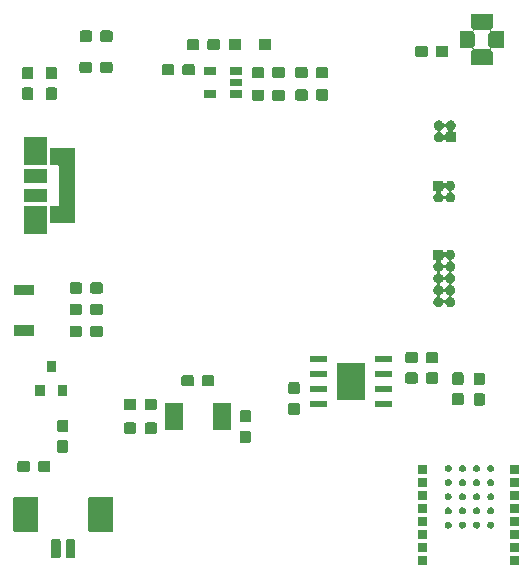
<source format=gbr>
G04 #@! TF.GenerationSoftware,KiCad,Pcbnew,5.0.2-bee76a0~70~ubuntu18.04.1*
G04 #@! TF.CreationDate,2020-07-09T21:56:47-07:00*
G04 #@! TF.ProjectId,light_thing_hw,6c696768-745f-4746-9869-6e675f68772e,rev?*
G04 #@! TF.SameCoordinates,Original*
G04 #@! TF.FileFunction,Soldermask,Bot*
G04 #@! TF.FilePolarity,Negative*
%FSLAX46Y46*%
G04 Gerber Fmt 4.6, Leading zero omitted, Abs format (unit mm)*
G04 Created by KiCad (PCBNEW 5.0.2-bee76a0~70~ubuntu18.04.1) date Thu 09 Jul 2020 09:56:47 PM PDT*
%MOMM*%
%LPD*%
G01*
G04 APERTURE LIST*
%ADD10C,0.100000*%
G04 APERTURE END LIST*
D10*
G36*
X150596640Y-105749290D02*
X149799080Y-105749290D01*
X149799080Y-105050790D01*
X150596640Y-105050790D01*
X150596640Y-105749290D01*
X150596640Y-105749290D01*
G37*
G36*
X142798840Y-105749290D02*
X142001280Y-105749290D01*
X142001280Y-105050790D01*
X142798840Y-105050790D01*
X142798840Y-105749290D01*
X142798840Y-105749290D01*
G37*
G36*
X112914208Y-103603235D02*
X112939886Y-103611025D01*
X112963557Y-103623677D01*
X112984300Y-103640700D01*
X113001323Y-103661443D01*
X113013975Y-103685114D01*
X113021765Y-103710792D01*
X113025000Y-103743641D01*
X113025000Y-105056359D01*
X113021765Y-105089208D01*
X113013975Y-105114886D01*
X113001323Y-105138557D01*
X112984300Y-105159300D01*
X112963557Y-105176323D01*
X112939886Y-105188975D01*
X112914208Y-105196765D01*
X112881359Y-105200000D01*
X112368641Y-105200000D01*
X112335792Y-105196765D01*
X112310114Y-105188975D01*
X112286443Y-105176323D01*
X112265700Y-105159300D01*
X112248677Y-105138557D01*
X112236025Y-105114886D01*
X112228235Y-105089208D01*
X112225000Y-105056359D01*
X112225000Y-103743641D01*
X112228235Y-103710792D01*
X112236025Y-103685114D01*
X112248677Y-103661443D01*
X112265700Y-103640700D01*
X112286443Y-103623677D01*
X112310114Y-103611025D01*
X112335792Y-103603235D01*
X112368641Y-103600000D01*
X112881359Y-103600000D01*
X112914208Y-103603235D01*
X112914208Y-103603235D01*
G37*
G36*
X111664208Y-103603235D02*
X111689886Y-103611025D01*
X111713557Y-103623677D01*
X111734300Y-103640700D01*
X111751323Y-103661443D01*
X111763975Y-103685114D01*
X111771765Y-103710792D01*
X111775000Y-103743641D01*
X111775000Y-105056359D01*
X111771765Y-105089208D01*
X111763975Y-105114886D01*
X111751323Y-105138557D01*
X111734300Y-105159300D01*
X111713557Y-105176323D01*
X111689886Y-105188975D01*
X111664208Y-105196765D01*
X111631359Y-105200000D01*
X111118641Y-105200000D01*
X111085792Y-105196765D01*
X111060114Y-105188975D01*
X111036443Y-105176323D01*
X111015700Y-105159300D01*
X110998677Y-105138557D01*
X110986025Y-105114886D01*
X110978235Y-105089208D01*
X110975000Y-105056359D01*
X110975000Y-103743641D01*
X110978235Y-103710792D01*
X110986025Y-103685114D01*
X110998677Y-103661443D01*
X111015700Y-103640700D01*
X111036443Y-103623677D01*
X111060114Y-103611025D01*
X111085792Y-103603235D01*
X111118641Y-103600000D01*
X111631359Y-103600000D01*
X111664208Y-103603235D01*
X111664208Y-103603235D01*
G37*
G36*
X150596640Y-104649470D02*
X149799080Y-104649470D01*
X149799080Y-103950970D01*
X150596640Y-103950970D01*
X150596640Y-104649470D01*
X150596640Y-104649470D01*
G37*
G36*
X142798840Y-104649470D02*
X142001280Y-104649470D01*
X142001280Y-103950970D01*
X142798840Y-103950970D01*
X142798840Y-104649470D01*
X142798840Y-104649470D01*
G37*
G36*
X150596640Y-103549650D02*
X149799080Y-103549650D01*
X149799080Y-102851150D01*
X150596640Y-102851150D01*
X150596640Y-103549650D01*
X150596640Y-103549650D01*
G37*
G36*
X142798840Y-103549650D02*
X142001280Y-103549650D01*
X142001280Y-102851150D01*
X142798840Y-102851150D01*
X142798840Y-103549650D01*
X142798840Y-103549650D01*
G37*
G36*
X109750309Y-100003567D02*
X109779234Y-100012341D01*
X109805885Y-100026586D01*
X109829244Y-100045756D01*
X109848414Y-100069115D01*
X109862659Y-100095766D01*
X109871433Y-100124691D01*
X109875000Y-100160903D01*
X109875000Y-102839097D01*
X109871433Y-102875309D01*
X109862659Y-102904234D01*
X109848414Y-102930885D01*
X109829244Y-102954244D01*
X109805885Y-102973414D01*
X109779234Y-102987659D01*
X109750309Y-102996433D01*
X109714097Y-103000000D01*
X107935903Y-103000000D01*
X107899691Y-102996433D01*
X107870766Y-102987659D01*
X107844115Y-102973414D01*
X107820756Y-102954244D01*
X107801586Y-102930885D01*
X107787341Y-102904234D01*
X107778567Y-102875309D01*
X107775000Y-102839097D01*
X107775000Y-100160903D01*
X107778567Y-100124691D01*
X107787341Y-100095766D01*
X107801586Y-100069115D01*
X107820756Y-100045756D01*
X107844115Y-100026586D01*
X107870766Y-100012341D01*
X107899691Y-100003567D01*
X107935903Y-100000000D01*
X109714097Y-100000000D01*
X109750309Y-100003567D01*
X109750309Y-100003567D01*
G37*
G36*
X116100309Y-100003567D02*
X116129234Y-100012341D01*
X116155885Y-100026586D01*
X116179244Y-100045756D01*
X116198414Y-100069115D01*
X116212659Y-100095766D01*
X116221433Y-100124691D01*
X116225000Y-100160903D01*
X116225000Y-102839097D01*
X116221433Y-102875309D01*
X116212659Y-102904234D01*
X116198414Y-102930885D01*
X116179244Y-102954244D01*
X116155885Y-102973414D01*
X116129234Y-102987659D01*
X116100309Y-102996433D01*
X116064097Y-103000000D01*
X114285903Y-103000000D01*
X114249691Y-102996433D01*
X114220766Y-102987659D01*
X114194115Y-102973414D01*
X114170756Y-102954244D01*
X114151586Y-102930885D01*
X114137341Y-102904234D01*
X114128567Y-102875309D01*
X114125000Y-102839097D01*
X114125000Y-100160903D01*
X114128567Y-100124691D01*
X114137341Y-100095766D01*
X114151586Y-100069115D01*
X114170756Y-100045756D01*
X114194115Y-100026586D01*
X114220766Y-100012341D01*
X114249691Y-100003567D01*
X114285903Y-100000000D01*
X116064097Y-100000000D01*
X116100309Y-100003567D01*
X116100309Y-100003567D01*
G37*
G36*
X148286305Y-102112098D02*
X148340850Y-102134691D01*
X148389943Y-102167494D01*
X148431686Y-102209237D01*
X148464489Y-102258330D01*
X148487082Y-102312875D01*
X148498600Y-102370781D01*
X148498600Y-102429819D01*
X148487082Y-102487725D01*
X148464489Y-102542270D01*
X148431686Y-102591363D01*
X148389943Y-102633106D01*
X148340850Y-102665909D01*
X148286305Y-102688502D01*
X148228400Y-102700020D01*
X148169360Y-102700020D01*
X148111455Y-102688502D01*
X148056910Y-102665909D01*
X148007817Y-102633106D01*
X147966074Y-102591363D01*
X147933271Y-102542270D01*
X147910678Y-102487725D01*
X147899160Y-102429819D01*
X147899160Y-102370781D01*
X147910678Y-102312875D01*
X147933271Y-102258330D01*
X147966074Y-102209237D01*
X148007817Y-102167494D01*
X148056910Y-102134691D01*
X148111455Y-102112098D01*
X148169360Y-102100580D01*
X148228400Y-102100580D01*
X148286305Y-102112098D01*
X148286305Y-102112098D01*
G37*
G36*
X144687125Y-102112098D02*
X144741670Y-102134691D01*
X144790763Y-102167494D01*
X144832506Y-102209237D01*
X144865309Y-102258330D01*
X144887902Y-102312875D01*
X144899420Y-102370781D01*
X144899420Y-102429819D01*
X144887902Y-102487725D01*
X144865309Y-102542270D01*
X144832506Y-102591363D01*
X144790763Y-102633106D01*
X144741670Y-102665909D01*
X144687125Y-102688502D01*
X144629220Y-102700020D01*
X144570180Y-102700020D01*
X144512275Y-102688502D01*
X144457730Y-102665909D01*
X144408637Y-102633106D01*
X144366894Y-102591363D01*
X144334091Y-102542270D01*
X144311498Y-102487725D01*
X144299980Y-102429819D01*
X144299980Y-102370781D01*
X144311498Y-102312875D01*
X144334091Y-102258330D01*
X144366894Y-102209237D01*
X144408637Y-102167494D01*
X144457730Y-102134691D01*
X144512275Y-102112098D01*
X144570180Y-102100580D01*
X144629220Y-102100580D01*
X144687125Y-102112098D01*
X144687125Y-102112098D01*
G37*
G36*
X147087425Y-102112098D02*
X147141970Y-102134691D01*
X147191063Y-102167494D01*
X147232806Y-102209237D01*
X147265609Y-102258330D01*
X147288202Y-102312875D01*
X147299720Y-102370781D01*
X147299720Y-102429819D01*
X147288202Y-102487725D01*
X147265609Y-102542270D01*
X147232806Y-102591363D01*
X147191063Y-102633106D01*
X147141970Y-102665909D01*
X147087425Y-102688502D01*
X147029520Y-102700020D01*
X146970480Y-102700020D01*
X146912575Y-102688502D01*
X146858030Y-102665909D01*
X146808937Y-102633106D01*
X146767194Y-102591363D01*
X146734391Y-102542270D01*
X146711798Y-102487725D01*
X146700280Y-102429819D01*
X146700280Y-102370781D01*
X146711798Y-102312875D01*
X146734391Y-102258330D01*
X146767194Y-102209237D01*
X146808937Y-102167494D01*
X146858030Y-102134691D01*
X146912575Y-102112098D01*
X146970480Y-102100580D01*
X147029520Y-102100580D01*
X147087425Y-102112098D01*
X147087425Y-102112098D01*
G37*
G36*
X145886005Y-102112098D02*
X145940550Y-102134691D01*
X145989643Y-102167494D01*
X146031386Y-102209237D01*
X146064189Y-102258330D01*
X146086782Y-102312875D01*
X146098300Y-102370781D01*
X146098300Y-102429819D01*
X146086782Y-102487725D01*
X146064189Y-102542270D01*
X146031386Y-102591363D01*
X145989643Y-102633106D01*
X145940550Y-102665909D01*
X145886005Y-102688502D01*
X145828100Y-102700020D01*
X145769060Y-102700020D01*
X145711155Y-102688502D01*
X145656610Y-102665909D01*
X145607517Y-102633106D01*
X145565774Y-102591363D01*
X145532971Y-102542270D01*
X145510378Y-102487725D01*
X145498860Y-102429819D01*
X145498860Y-102370781D01*
X145510378Y-102312875D01*
X145532971Y-102258330D01*
X145565774Y-102209237D01*
X145607517Y-102167494D01*
X145656610Y-102134691D01*
X145711155Y-102112098D01*
X145769060Y-102100580D01*
X145828100Y-102100580D01*
X145886005Y-102112098D01*
X145886005Y-102112098D01*
G37*
G36*
X142798840Y-102449830D02*
X142001280Y-102449830D01*
X142001280Y-101751330D01*
X142798840Y-101751330D01*
X142798840Y-102449830D01*
X142798840Y-102449830D01*
G37*
G36*
X150596640Y-102449830D02*
X149799080Y-102449830D01*
X149799080Y-101751330D01*
X150596640Y-101751330D01*
X150596640Y-102449830D01*
X150596640Y-102449830D01*
G37*
G36*
X147087425Y-100910678D02*
X147141970Y-100933271D01*
X147191063Y-100966074D01*
X147232806Y-101007817D01*
X147265609Y-101056910D01*
X147288202Y-101111455D01*
X147299720Y-101169361D01*
X147299720Y-101228399D01*
X147288202Y-101286305D01*
X147265609Y-101340850D01*
X147232806Y-101389943D01*
X147191063Y-101431686D01*
X147141970Y-101464489D01*
X147087425Y-101487082D01*
X147029520Y-101498600D01*
X146970480Y-101498600D01*
X146912575Y-101487082D01*
X146858030Y-101464489D01*
X146808937Y-101431686D01*
X146767194Y-101389943D01*
X146734391Y-101340850D01*
X146711798Y-101286305D01*
X146700280Y-101228399D01*
X146700280Y-101169361D01*
X146711798Y-101111455D01*
X146734391Y-101056910D01*
X146767194Y-101007817D01*
X146808937Y-100966074D01*
X146858030Y-100933271D01*
X146912575Y-100910678D01*
X146970480Y-100899160D01*
X147029520Y-100899160D01*
X147087425Y-100910678D01*
X147087425Y-100910678D01*
G37*
G36*
X145886005Y-100910678D02*
X145940550Y-100933271D01*
X145989643Y-100966074D01*
X146031386Y-101007817D01*
X146064189Y-101056910D01*
X146086782Y-101111455D01*
X146098300Y-101169361D01*
X146098300Y-101228399D01*
X146086782Y-101286305D01*
X146064189Y-101340850D01*
X146031386Y-101389943D01*
X145989643Y-101431686D01*
X145940550Y-101464489D01*
X145886005Y-101487082D01*
X145828100Y-101498600D01*
X145769060Y-101498600D01*
X145711155Y-101487082D01*
X145656610Y-101464489D01*
X145607517Y-101431686D01*
X145565774Y-101389943D01*
X145532971Y-101340850D01*
X145510378Y-101286305D01*
X145498860Y-101228399D01*
X145498860Y-101169361D01*
X145510378Y-101111455D01*
X145532971Y-101056910D01*
X145565774Y-101007817D01*
X145607517Y-100966074D01*
X145656610Y-100933271D01*
X145711155Y-100910678D01*
X145769060Y-100899160D01*
X145828100Y-100899160D01*
X145886005Y-100910678D01*
X145886005Y-100910678D01*
G37*
G36*
X144687125Y-100910678D02*
X144741670Y-100933271D01*
X144790763Y-100966074D01*
X144832506Y-101007817D01*
X144865309Y-101056910D01*
X144887902Y-101111455D01*
X144899420Y-101169361D01*
X144899420Y-101228399D01*
X144887902Y-101286305D01*
X144865309Y-101340850D01*
X144832506Y-101389943D01*
X144790763Y-101431686D01*
X144741670Y-101464489D01*
X144687125Y-101487082D01*
X144629220Y-101498600D01*
X144570180Y-101498600D01*
X144512275Y-101487082D01*
X144457730Y-101464489D01*
X144408637Y-101431686D01*
X144366894Y-101389943D01*
X144334091Y-101340850D01*
X144311498Y-101286305D01*
X144299980Y-101228399D01*
X144299980Y-101169361D01*
X144311498Y-101111455D01*
X144334091Y-101056910D01*
X144366894Y-101007817D01*
X144408637Y-100966074D01*
X144457730Y-100933271D01*
X144512275Y-100910678D01*
X144570180Y-100899160D01*
X144629220Y-100899160D01*
X144687125Y-100910678D01*
X144687125Y-100910678D01*
G37*
G36*
X148286305Y-100910678D02*
X148340850Y-100933271D01*
X148389943Y-100966074D01*
X148431686Y-101007817D01*
X148464489Y-101056910D01*
X148487082Y-101111455D01*
X148498600Y-101169361D01*
X148498600Y-101228399D01*
X148487082Y-101286305D01*
X148464489Y-101340850D01*
X148431686Y-101389943D01*
X148389943Y-101431686D01*
X148340850Y-101464489D01*
X148286305Y-101487082D01*
X148228400Y-101498600D01*
X148169360Y-101498600D01*
X148111455Y-101487082D01*
X148056910Y-101464489D01*
X148007817Y-101431686D01*
X147966074Y-101389943D01*
X147933271Y-101340850D01*
X147910678Y-101286305D01*
X147899160Y-101228399D01*
X147899160Y-101169361D01*
X147910678Y-101111455D01*
X147933271Y-101056910D01*
X147966074Y-101007817D01*
X148007817Y-100966074D01*
X148056910Y-100933271D01*
X148111455Y-100910678D01*
X148169360Y-100899160D01*
X148228400Y-100899160D01*
X148286305Y-100910678D01*
X148286305Y-100910678D01*
G37*
G36*
X142798840Y-101350010D02*
X142001280Y-101350010D01*
X142001280Y-100651510D01*
X142798840Y-100651510D01*
X142798840Y-101350010D01*
X142798840Y-101350010D01*
G37*
G36*
X150596640Y-101350010D02*
X149799080Y-101350010D01*
X149799080Y-100651510D01*
X150596640Y-100651510D01*
X150596640Y-101350010D01*
X150596640Y-101350010D01*
G37*
G36*
X145886005Y-99711798D02*
X145940550Y-99734391D01*
X145989643Y-99767194D01*
X146031386Y-99808937D01*
X146064189Y-99858030D01*
X146086782Y-99912575D01*
X146098300Y-99970481D01*
X146098300Y-100029519D01*
X146086782Y-100087425D01*
X146064189Y-100141970D01*
X146031386Y-100191063D01*
X145989643Y-100232806D01*
X145940550Y-100265609D01*
X145886005Y-100288202D01*
X145828100Y-100299720D01*
X145769060Y-100299720D01*
X145711155Y-100288202D01*
X145656610Y-100265609D01*
X145607517Y-100232806D01*
X145565774Y-100191063D01*
X145532971Y-100141970D01*
X145510378Y-100087425D01*
X145498860Y-100029519D01*
X145498860Y-99970481D01*
X145510378Y-99912575D01*
X145532971Y-99858030D01*
X145565774Y-99808937D01*
X145607517Y-99767194D01*
X145656610Y-99734391D01*
X145711155Y-99711798D01*
X145769060Y-99700280D01*
X145828100Y-99700280D01*
X145886005Y-99711798D01*
X145886005Y-99711798D01*
G37*
G36*
X147087425Y-99711798D02*
X147141970Y-99734391D01*
X147191063Y-99767194D01*
X147232806Y-99808937D01*
X147265609Y-99858030D01*
X147288202Y-99912575D01*
X147299720Y-99970481D01*
X147299720Y-100029519D01*
X147288202Y-100087425D01*
X147265609Y-100141970D01*
X147232806Y-100191063D01*
X147191063Y-100232806D01*
X147141970Y-100265609D01*
X147087425Y-100288202D01*
X147029520Y-100299720D01*
X146970480Y-100299720D01*
X146912575Y-100288202D01*
X146858030Y-100265609D01*
X146808937Y-100232806D01*
X146767194Y-100191063D01*
X146734391Y-100141970D01*
X146711798Y-100087425D01*
X146700280Y-100029519D01*
X146700280Y-99970481D01*
X146711798Y-99912575D01*
X146734391Y-99858030D01*
X146767194Y-99808937D01*
X146808937Y-99767194D01*
X146858030Y-99734391D01*
X146912575Y-99711798D01*
X146970480Y-99700280D01*
X147029520Y-99700280D01*
X147087425Y-99711798D01*
X147087425Y-99711798D01*
G37*
G36*
X148286305Y-99711798D02*
X148340850Y-99734391D01*
X148389943Y-99767194D01*
X148431686Y-99808937D01*
X148464489Y-99858030D01*
X148487082Y-99912575D01*
X148498600Y-99970481D01*
X148498600Y-100029519D01*
X148487082Y-100087425D01*
X148464489Y-100141970D01*
X148431686Y-100191063D01*
X148389943Y-100232806D01*
X148340850Y-100265609D01*
X148286305Y-100288202D01*
X148228400Y-100299720D01*
X148169360Y-100299720D01*
X148111455Y-100288202D01*
X148056910Y-100265609D01*
X148007817Y-100232806D01*
X147966074Y-100191063D01*
X147933271Y-100141970D01*
X147910678Y-100087425D01*
X147899160Y-100029519D01*
X147899160Y-99970481D01*
X147910678Y-99912575D01*
X147933271Y-99858030D01*
X147966074Y-99808937D01*
X148007817Y-99767194D01*
X148056910Y-99734391D01*
X148111455Y-99711798D01*
X148169360Y-99700280D01*
X148228400Y-99700280D01*
X148286305Y-99711798D01*
X148286305Y-99711798D01*
G37*
G36*
X144687125Y-99711798D02*
X144741670Y-99734391D01*
X144790763Y-99767194D01*
X144832506Y-99808937D01*
X144865309Y-99858030D01*
X144887902Y-99912575D01*
X144899420Y-99970481D01*
X144899420Y-100029519D01*
X144887902Y-100087425D01*
X144865309Y-100141970D01*
X144832506Y-100191063D01*
X144790763Y-100232806D01*
X144741670Y-100265609D01*
X144687125Y-100288202D01*
X144629220Y-100299720D01*
X144570180Y-100299720D01*
X144512275Y-100288202D01*
X144457730Y-100265609D01*
X144408637Y-100232806D01*
X144366894Y-100191063D01*
X144334091Y-100141970D01*
X144311498Y-100087425D01*
X144299980Y-100029519D01*
X144299980Y-99970481D01*
X144311498Y-99912575D01*
X144334091Y-99858030D01*
X144366894Y-99808937D01*
X144408637Y-99767194D01*
X144457730Y-99734391D01*
X144512275Y-99711798D01*
X144570180Y-99700280D01*
X144629220Y-99700280D01*
X144687125Y-99711798D01*
X144687125Y-99711798D01*
G37*
G36*
X142798840Y-100250190D02*
X142001280Y-100250190D01*
X142001280Y-99551690D01*
X142798840Y-99551690D01*
X142798840Y-100250190D01*
X142798840Y-100250190D01*
G37*
G36*
X150596640Y-100250190D02*
X149799080Y-100250190D01*
X149799080Y-99551690D01*
X150596640Y-99551690D01*
X150596640Y-100250190D01*
X150596640Y-100250190D01*
G37*
G36*
X142798840Y-99150370D02*
X142001280Y-99150370D01*
X142001280Y-98451870D01*
X142798840Y-98451870D01*
X142798840Y-99150370D01*
X142798840Y-99150370D01*
G37*
G36*
X150596640Y-99150370D02*
X149799080Y-99150370D01*
X149799080Y-98451870D01*
X150596640Y-98451870D01*
X150596640Y-99150370D01*
X150596640Y-99150370D01*
G37*
G36*
X145886005Y-98510378D02*
X145940550Y-98532971D01*
X145989643Y-98565774D01*
X146031386Y-98607517D01*
X146064189Y-98656610D01*
X146086782Y-98711155D01*
X146098300Y-98769061D01*
X146098300Y-98828099D01*
X146086782Y-98886005D01*
X146064189Y-98940550D01*
X146031386Y-98989643D01*
X145989643Y-99031386D01*
X145940550Y-99064189D01*
X145886005Y-99086782D01*
X145828100Y-99098300D01*
X145769060Y-99098300D01*
X145711155Y-99086782D01*
X145656610Y-99064189D01*
X145607517Y-99031386D01*
X145565774Y-98989643D01*
X145532971Y-98940550D01*
X145510378Y-98886005D01*
X145498860Y-98828099D01*
X145498860Y-98769061D01*
X145510378Y-98711155D01*
X145532971Y-98656610D01*
X145565774Y-98607517D01*
X145607517Y-98565774D01*
X145656610Y-98532971D01*
X145711155Y-98510378D01*
X145769060Y-98498860D01*
X145828100Y-98498860D01*
X145886005Y-98510378D01*
X145886005Y-98510378D01*
G37*
G36*
X148286305Y-98510378D02*
X148340850Y-98532971D01*
X148389943Y-98565774D01*
X148431686Y-98607517D01*
X148464489Y-98656610D01*
X148487082Y-98711155D01*
X148498600Y-98769061D01*
X148498600Y-98828099D01*
X148487082Y-98886005D01*
X148464489Y-98940550D01*
X148431686Y-98989643D01*
X148389943Y-99031386D01*
X148340850Y-99064189D01*
X148286305Y-99086782D01*
X148228400Y-99098300D01*
X148169360Y-99098300D01*
X148111455Y-99086782D01*
X148056910Y-99064189D01*
X148007817Y-99031386D01*
X147966074Y-98989643D01*
X147933271Y-98940550D01*
X147910678Y-98886005D01*
X147899160Y-98828099D01*
X147899160Y-98769061D01*
X147910678Y-98711155D01*
X147933271Y-98656610D01*
X147966074Y-98607517D01*
X148007817Y-98565774D01*
X148056910Y-98532971D01*
X148111455Y-98510378D01*
X148169360Y-98498860D01*
X148228400Y-98498860D01*
X148286305Y-98510378D01*
X148286305Y-98510378D01*
G37*
G36*
X147087425Y-98510378D02*
X147141970Y-98532971D01*
X147191063Y-98565774D01*
X147232806Y-98607517D01*
X147265609Y-98656610D01*
X147288202Y-98711155D01*
X147299720Y-98769061D01*
X147299720Y-98828099D01*
X147288202Y-98886005D01*
X147265609Y-98940550D01*
X147232806Y-98989643D01*
X147191063Y-99031386D01*
X147141970Y-99064189D01*
X147087425Y-99086782D01*
X147029520Y-99098300D01*
X146970480Y-99098300D01*
X146912575Y-99086782D01*
X146858030Y-99064189D01*
X146808937Y-99031386D01*
X146767194Y-98989643D01*
X146734391Y-98940550D01*
X146711798Y-98886005D01*
X146700280Y-98828099D01*
X146700280Y-98769061D01*
X146711798Y-98711155D01*
X146734391Y-98656610D01*
X146767194Y-98607517D01*
X146808937Y-98565774D01*
X146858030Y-98532971D01*
X146912575Y-98510378D01*
X146970480Y-98498860D01*
X147029520Y-98498860D01*
X147087425Y-98510378D01*
X147087425Y-98510378D01*
G37*
G36*
X144687125Y-98510378D02*
X144741670Y-98532971D01*
X144790763Y-98565774D01*
X144832506Y-98607517D01*
X144865309Y-98656610D01*
X144887902Y-98711155D01*
X144899420Y-98769061D01*
X144899420Y-98828099D01*
X144887902Y-98886005D01*
X144865309Y-98940550D01*
X144832506Y-98989643D01*
X144790763Y-99031386D01*
X144741670Y-99064189D01*
X144687125Y-99086782D01*
X144629220Y-99098300D01*
X144570180Y-99098300D01*
X144512275Y-99086782D01*
X144457730Y-99064189D01*
X144408637Y-99031386D01*
X144366894Y-98989643D01*
X144334091Y-98940550D01*
X144311498Y-98886005D01*
X144299980Y-98828099D01*
X144299980Y-98769061D01*
X144311498Y-98711155D01*
X144334091Y-98656610D01*
X144366894Y-98607517D01*
X144408637Y-98565774D01*
X144457730Y-98532971D01*
X144512275Y-98510378D01*
X144570180Y-98498860D01*
X144629220Y-98498860D01*
X144687125Y-98510378D01*
X144687125Y-98510378D01*
G37*
G36*
X150596640Y-98050550D02*
X149799080Y-98050550D01*
X149799080Y-97352050D01*
X150596640Y-97352050D01*
X150596640Y-98050550D01*
X150596640Y-98050550D01*
G37*
G36*
X142798840Y-98050550D02*
X142001280Y-98050550D01*
X142001280Y-97352050D01*
X142798840Y-97352050D01*
X142798840Y-98050550D01*
X142798840Y-98050550D01*
G37*
G36*
X110779024Y-96968955D02*
X110811736Y-96978879D01*
X110841890Y-96994997D01*
X110868316Y-97016684D01*
X110890003Y-97043110D01*
X110906121Y-97073264D01*
X110916045Y-97105976D01*
X110920000Y-97146138D01*
X110920000Y-97733862D01*
X110916045Y-97774024D01*
X110906121Y-97806736D01*
X110890003Y-97836890D01*
X110868316Y-97863316D01*
X110841890Y-97885003D01*
X110811736Y-97901121D01*
X110779024Y-97911045D01*
X110738862Y-97915000D01*
X110051138Y-97915000D01*
X110010976Y-97911045D01*
X109978264Y-97901121D01*
X109948110Y-97885003D01*
X109921684Y-97863316D01*
X109899997Y-97836890D01*
X109883879Y-97806736D01*
X109873955Y-97774024D01*
X109870000Y-97733862D01*
X109870000Y-97146138D01*
X109873955Y-97105976D01*
X109883879Y-97073264D01*
X109899997Y-97043110D01*
X109921684Y-97016684D01*
X109948110Y-96994997D01*
X109978264Y-96978879D01*
X110010976Y-96968955D01*
X110051138Y-96965000D01*
X110738862Y-96965000D01*
X110779024Y-96968955D01*
X110779024Y-96968955D01*
G37*
G36*
X109029024Y-96968955D02*
X109061736Y-96978879D01*
X109091890Y-96994997D01*
X109118316Y-97016684D01*
X109140003Y-97043110D01*
X109156121Y-97073264D01*
X109166045Y-97105976D01*
X109170000Y-97146138D01*
X109170000Y-97733862D01*
X109166045Y-97774024D01*
X109156121Y-97806736D01*
X109140003Y-97836890D01*
X109118316Y-97863316D01*
X109091890Y-97885003D01*
X109061736Y-97901121D01*
X109029024Y-97911045D01*
X108988862Y-97915000D01*
X108301138Y-97915000D01*
X108260976Y-97911045D01*
X108228264Y-97901121D01*
X108198110Y-97885003D01*
X108171684Y-97863316D01*
X108149997Y-97836890D01*
X108133879Y-97806736D01*
X108123955Y-97774024D01*
X108120000Y-97733862D01*
X108120000Y-97146138D01*
X108123955Y-97105976D01*
X108133879Y-97073264D01*
X108149997Y-97043110D01*
X108171684Y-97016684D01*
X108198110Y-96994997D01*
X108228264Y-96978879D01*
X108260976Y-96968955D01*
X108301138Y-96965000D01*
X108988862Y-96965000D01*
X109029024Y-96968955D01*
X109029024Y-96968955D01*
G37*
G36*
X148286305Y-97311498D02*
X148340850Y-97334091D01*
X148389943Y-97366894D01*
X148431686Y-97408637D01*
X148464489Y-97457730D01*
X148487082Y-97512275D01*
X148498600Y-97570180D01*
X148498600Y-97629220D01*
X148487082Y-97687125D01*
X148464489Y-97741670D01*
X148431686Y-97790763D01*
X148389943Y-97832506D01*
X148340850Y-97865309D01*
X148317516Y-97874974D01*
X148286305Y-97887902D01*
X148228400Y-97899420D01*
X148169360Y-97899420D01*
X148111455Y-97887902D01*
X148080244Y-97874974D01*
X148056910Y-97865309D01*
X148007817Y-97832506D01*
X147966074Y-97790763D01*
X147933271Y-97741670D01*
X147910678Y-97687125D01*
X147899160Y-97629220D01*
X147899160Y-97570180D01*
X147910678Y-97512275D01*
X147933271Y-97457730D01*
X147966074Y-97408637D01*
X148007817Y-97366894D01*
X148056910Y-97334091D01*
X148111455Y-97311498D01*
X148169360Y-97299980D01*
X148228400Y-97299980D01*
X148286305Y-97311498D01*
X148286305Y-97311498D01*
G37*
G36*
X147087425Y-97311498D02*
X147141970Y-97334091D01*
X147191063Y-97366894D01*
X147232806Y-97408637D01*
X147265609Y-97457730D01*
X147288202Y-97512275D01*
X147299720Y-97570180D01*
X147299720Y-97629220D01*
X147288202Y-97687125D01*
X147265609Y-97741670D01*
X147232806Y-97790763D01*
X147191063Y-97832506D01*
X147141970Y-97865309D01*
X147118636Y-97874974D01*
X147087425Y-97887902D01*
X147029520Y-97899420D01*
X146970480Y-97899420D01*
X146912575Y-97887902D01*
X146881364Y-97874974D01*
X146858030Y-97865309D01*
X146808937Y-97832506D01*
X146767194Y-97790763D01*
X146734391Y-97741670D01*
X146711798Y-97687125D01*
X146700280Y-97629220D01*
X146700280Y-97570180D01*
X146711798Y-97512275D01*
X146734391Y-97457730D01*
X146767194Y-97408637D01*
X146808937Y-97366894D01*
X146858030Y-97334091D01*
X146912575Y-97311498D01*
X146970480Y-97299980D01*
X147029520Y-97299980D01*
X147087425Y-97311498D01*
X147087425Y-97311498D01*
G37*
G36*
X145886005Y-97311498D02*
X145940550Y-97334091D01*
X145989643Y-97366894D01*
X146031386Y-97408637D01*
X146064189Y-97457730D01*
X146086782Y-97512275D01*
X146098300Y-97570180D01*
X146098300Y-97629220D01*
X146086782Y-97687125D01*
X146064189Y-97741670D01*
X146031386Y-97790763D01*
X145989643Y-97832506D01*
X145940550Y-97865309D01*
X145917216Y-97874974D01*
X145886005Y-97887902D01*
X145828100Y-97899420D01*
X145769060Y-97899420D01*
X145711155Y-97887902D01*
X145679944Y-97874974D01*
X145656610Y-97865309D01*
X145607517Y-97832506D01*
X145565774Y-97790763D01*
X145532971Y-97741670D01*
X145510378Y-97687125D01*
X145498860Y-97629220D01*
X145498860Y-97570180D01*
X145510378Y-97512275D01*
X145532971Y-97457730D01*
X145565774Y-97408637D01*
X145607517Y-97366894D01*
X145656610Y-97334091D01*
X145711155Y-97311498D01*
X145769060Y-97299980D01*
X145828100Y-97299980D01*
X145886005Y-97311498D01*
X145886005Y-97311498D01*
G37*
G36*
X144687125Y-97311498D02*
X144741670Y-97334091D01*
X144790763Y-97366894D01*
X144832506Y-97408637D01*
X144865309Y-97457730D01*
X144887902Y-97512275D01*
X144899420Y-97570180D01*
X144899420Y-97629220D01*
X144887902Y-97687125D01*
X144865309Y-97741670D01*
X144832506Y-97790763D01*
X144790763Y-97832506D01*
X144741670Y-97865309D01*
X144718336Y-97874974D01*
X144687125Y-97887902D01*
X144629220Y-97899420D01*
X144570180Y-97899420D01*
X144512275Y-97887902D01*
X144481064Y-97874974D01*
X144457730Y-97865309D01*
X144408637Y-97832506D01*
X144366894Y-97790763D01*
X144334091Y-97741670D01*
X144311498Y-97687125D01*
X144299980Y-97629220D01*
X144299980Y-97570180D01*
X144311498Y-97512275D01*
X144334091Y-97457730D01*
X144366894Y-97408637D01*
X144408637Y-97366894D01*
X144457730Y-97334091D01*
X144512275Y-97311498D01*
X144570180Y-97299980D01*
X144629220Y-97299980D01*
X144687125Y-97311498D01*
X144687125Y-97311498D01*
G37*
G36*
X112294024Y-95223955D02*
X112326736Y-95233879D01*
X112356890Y-95249997D01*
X112383316Y-95271684D01*
X112405003Y-95298110D01*
X112421121Y-95328264D01*
X112431045Y-95360976D01*
X112435000Y-95401138D01*
X112435000Y-96088862D01*
X112431045Y-96129024D01*
X112421121Y-96161736D01*
X112405003Y-96191890D01*
X112383316Y-96218316D01*
X112356890Y-96240003D01*
X112326736Y-96256121D01*
X112294024Y-96266045D01*
X112253862Y-96270000D01*
X111666138Y-96270000D01*
X111625976Y-96266045D01*
X111593264Y-96256121D01*
X111563110Y-96240003D01*
X111536684Y-96218316D01*
X111514997Y-96191890D01*
X111498879Y-96161736D01*
X111488955Y-96129024D01*
X111485000Y-96088862D01*
X111485000Y-95401138D01*
X111488955Y-95360976D01*
X111498879Y-95328264D01*
X111514997Y-95298110D01*
X111536684Y-95271684D01*
X111563110Y-95249997D01*
X111593264Y-95233879D01*
X111625976Y-95223955D01*
X111666138Y-95220000D01*
X112253862Y-95220000D01*
X112294024Y-95223955D01*
X112294024Y-95223955D01*
G37*
G36*
X127745428Y-94420110D02*
X127778140Y-94430034D01*
X127808294Y-94446152D01*
X127834720Y-94467839D01*
X127856407Y-94494265D01*
X127872525Y-94524419D01*
X127882449Y-94557131D01*
X127886404Y-94597293D01*
X127886404Y-95285017D01*
X127882449Y-95325179D01*
X127872525Y-95357891D01*
X127856407Y-95388045D01*
X127834720Y-95414471D01*
X127808294Y-95436158D01*
X127778140Y-95452276D01*
X127745428Y-95462200D01*
X127705266Y-95466155D01*
X127117542Y-95466155D01*
X127077380Y-95462200D01*
X127044668Y-95452276D01*
X127014514Y-95436158D01*
X126988088Y-95414471D01*
X126966401Y-95388045D01*
X126950283Y-95357891D01*
X126940359Y-95325179D01*
X126936404Y-95285017D01*
X126936404Y-94597293D01*
X126940359Y-94557131D01*
X126950283Y-94524419D01*
X126966401Y-94494265D01*
X126988088Y-94467839D01*
X127014514Y-94446152D01*
X127044668Y-94430034D01*
X127077380Y-94420110D01*
X127117542Y-94416155D01*
X127705266Y-94416155D01*
X127745428Y-94420110D01*
X127745428Y-94420110D01*
G37*
G36*
X119795428Y-93720110D02*
X119828140Y-93730034D01*
X119858294Y-93746152D01*
X119884720Y-93767839D01*
X119906407Y-93794265D01*
X119922525Y-93824419D01*
X119932449Y-93857131D01*
X119936404Y-93897293D01*
X119936404Y-94485017D01*
X119932449Y-94525179D01*
X119922525Y-94557891D01*
X119906407Y-94588045D01*
X119884720Y-94614471D01*
X119858294Y-94636158D01*
X119828140Y-94652276D01*
X119795428Y-94662200D01*
X119755266Y-94666155D01*
X119067542Y-94666155D01*
X119027380Y-94662200D01*
X118994668Y-94652276D01*
X118964514Y-94636158D01*
X118938088Y-94614471D01*
X118916401Y-94588045D01*
X118900283Y-94557891D01*
X118890359Y-94525179D01*
X118886404Y-94485017D01*
X118886404Y-93897293D01*
X118890359Y-93857131D01*
X118900283Y-93824419D01*
X118916401Y-93794265D01*
X118938088Y-93767839D01*
X118964514Y-93746152D01*
X118994668Y-93730034D01*
X119027380Y-93720110D01*
X119067542Y-93716155D01*
X119755266Y-93716155D01*
X119795428Y-93720110D01*
X119795428Y-93720110D01*
G37*
G36*
X118045428Y-93720110D02*
X118078140Y-93730034D01*
X118108294Y-93746152D01*
X118134720Y-93767839D01*
X118156407Y-93794265D01*
X118172525Y-93824419D01*
X118182449Y-93857131D01*
X118186404Y-93897293D01*
X118186404Y-94485017D01*
X118182449Y-94525179D01*
X118172525Y-94557891D01*
X118156407Y-94588045D01*
X118134720Y-94614471D01*
X118108294Y-94636158D01*
X118078140Y-94652276D01*
X118045428Y-94662200D01*
X118005266Y-94666155D01*
X117317542Y-94666155D01*
X117277380Y-94662200D01*
X117244668Y-94652276D01*
X117214514Y-94636158D01*
X117188088Y-94614471D01*
X117166401Y-94588045D01*
X117150283Y-94557891D01*
X117140359Y-94525179D01*
X117136404Y-94485017D01*
X117136404Y-93897293D01*
X117140359Y-93857131D01*
X117150283Y-93824419D01*
X117166401Y-93794265D01*
X117188088Y-93767839D01*
X117214514Y-93746152D01*
X117244668Y-93730034D01*
X117277380Y-93720110D01*
X117317542Y-93716155D01*
X118005266Y-93716155D01*
X118045428Y-93720110D01*
X118045428Y-93720110D01*
G37*
G36*
X112294024Y-93473955D02*
X112326736Y-93483879D01*
X112356890Y-93499997D01*
X112383316Y-93521684D01*
X112405003Y-93548110D01*
X112421121Y-93578264D01*
X112431045Y-93610976D01*
X112435000Y-93651138D01*
X112435000Y-94338862D01*
X112431045Y-94379023D01*
X112421121Y-94411736D01*
X112405003Y-94441890D01*
X112383316Y-94468316D01*
X112356890Y-94490003D01*
X112326736Y-94506121D01*
X112294024Y-94516045D01*
X112253862Y-94520000D01*
X111666138Y-94520000D01*
X111625976Y-94516045D01*
X111593264Y-94506121D01*
X111563110Y-94490003D01*
X111536684Y-94468316D01*
X111514997Y-94441890D01*
X111498879Y-94411736D01*
X111488955Y-94379023D01*
X111485000Y-94338862D01*
X111485000Y-93651138D01*
X111488955Y-93610976D01*
X111498879Y-93578264D01*
X111514997Y-93548110D01*
X111536684Y-93521684D01*
X111563110Y-93499997D01*
X111593264Y-93483879D01*
X111625976Y-93473955D01*
X111666138Y-93470000D01*
X112253862Y-93470000D01*
X112294024Y-93473955D01*
X112294024Y-93473955D01*
G37*
G36*
X122103304Y-94334155D02*
X120604704Y-94334155D01*
X120604704Y-92048155D01*
X122103304Y-92048155D01*
X122103304Y-94334155D01*
X122103304Y-94334155D01*
G37*
G36*
X126218104Y-94334155D02*
X124719504Y-94334155D01*
X124719504Y-92048155D01*
X126218104Y-92048155D01*
X126218104Y-94334155D01*
X126218104Y-94334155D01*
G37*
G36*
X127745428Y-92670110D02*
X127778140Y-92680034D01*
X127808294Y-92696152D01*
X127834720Y-92717839D01*
X127856407Y-92744265D01*
X127872525Y-92774419D01*
X127882449Y-92807131D01*
X127886404Y-92847293D01*
X127886404Y-93535017D01*
X127882449Y-93575179D01*
X127872525Y-93607891D01*
X127856407Y-93638045D01*
X127834720Y-93664471D01*
X127808294Y-93686158D01*
X127778140Y-93702276D01*
X127745428Y-93712200D01*
X127705266Y-93716155D01*
X127117542Y-93716155D01*
X127077380Y-93712200D01*
X127044668Y-93702276D01*
X127014514Y-93686158D01*
X126988088Y-93664471D01*
X126966401Y-93638045D01*
X126950283Y-93607891D01*
X126940359Y-93575179D01*
X126936404Y-93535017D01*
X126936404Y-92847293D01*
X126940359Y-92807131D01*
X126950283Y-92774419D01*
X126966401Y-92744265D01*
X126988088Y-92717839D01*
X127014514Y-92696152D01*
X127044668Y-92680034D01*
X127077380Y-92670110D01*
X127117542Y-92666155D01*
X127705266Y-92666155D01*
X127745428Y-92670110D01*
X127745428Y-92670110D01*
G37*
G36*
X131874024Y-92038955D02*
X131906736Y-92048879D01*
X131936890Y-92064997D01*
X131963316Y-92086684D01*
X131985003Y-92113110D01*
X132001121Y-92143264D01*
X132011045Y-92175976D01*
X132015000Y-92216138D01*
X132015000Y-92903862D01*
X132011045Y-92944024D01*
X132001121Y-92976736D01*
X131985003Y-93006890D01*
X131963316Y-93033316D01*
X131936890Y-93055003D01*
X131906736Y-93071121D01*
X131874024Y-93081045D01*
X131833862Y-93085000D01*
X131246138Y-93085000D01*
X131205976Y-93081045D01*
X131173264Y-93071121D01*
X131143110Y-93055003D01*
X131116684Y-93033316D01*
X131094997Y-93006890D01*
X131078879Y-92976736D01*
X131068955Y-92944024D01*
X131065000Y-92903862D01*
X131065000Y-92216138D01*
X131068955Y-92175976D01*
X131078879Y-92143264D01*
X131094997Y-92113110D01*
X131116684Y-92086684D01*
X131143110Y-92064997D01*
X131173264Y-92048879D01*
X131205976Y-92038955D01*
X131246138Y-92035000D01*
X131833862Y-92035000D01*
X131874024Y-92038955D01*
X131874024Y-92038955D01*
G37*
G36*
X119795428Y-91720110D02*
X119828140Y-91730034D01*
X119858294Y-91746152D01*
X119884720Y-91767839D01*
X119906407Y-91794265D01*
X119922525Y-91824419D01*
X119932449Y-91857131D01*
X119936404Y-91897293D01*
X119936404Y-92485017D01*
X119932449Y-92525179D01*
X119922525Y-92557891D01*
X119906407Y-92588045D01*
X119884720Y-92614471D01*
X119858294Y-92636158D01*
X119828140Y-92652276D01*
X119795428Y-92662200D01*
X119755266Y-92666155D01*
X119067542Y-92666155D01*
X119027380Y-92662200D01*
X118994668Y-92652276D01*
X118964514Y-92636158D01*
X118938088Y-92614471D01*
X118916401Y-92588045D01*
X118900283Y-92557891D01*
X118890359Y-92525179D01*
X118886404Y-92485017D01*
X118886404Y-91897293D01*
X118890359Y-91857131D01*
X118900283Y-91824419D01*
X118916401Y-91794265D01*
X118938088Y-91767839D01*
X118964514Y-91746152D01*
X118994668Y-91730034D01*
X119027380Y-91720110D01*
X119067542Y-91716155D01*
X119755266Y-91716155D01*
X119795428Y-91720110D01*
X119795428Y-91720110D01*
G37*
G36*
X118045428Y-91720110D02*
X118078140Y-91730034D01*
X118108294Y-91746152D01*
X118134720Y-91767839D01*
X118156407Y-91794265D01*
X118172525Y-91824419D01*
X118182449Y-91857131D01*
X118186404Y-91897293D01*
X118186404Y-92485017D01*
X118182449Y-92525179D01*
X118172525Y-92557891D01*
X118156407Y-92588045D01*
X118134720Y-92614471D01*
X118108294Y-92636158D01*
X118078140Y-92652276D01*
X118045428Y-92662200D01*
X118005266Y-92666155D01*
X117317542Y-92666155D01*
X117277380Y-92662200D01*
X117244668Y-92652276D01*
X117214514Y-92636158D01*
X117188088Y-92614471D01*
X117166401Y-92588045D01*
X117150283Y-92557891D01*
X117140359Y-92525179D01*
X117136404Y-92485017D01*
X117136404Y-91897293D01*
X117140359Y-91857131D01*
X117150283Y-91824419D01*
X117166401Y-91794265D01*
X117188088Y-91767839D01*
X117214514Y-91746152D01*
X117244668Y-91730034D01*
X117277380Y-91720110D01*
X117317542Y-91716155D01*
X118005266Y-91716155D01*
X118045428Y-91720110D01*
X118045428Y-91720110D01*
G37*
G36*
X134376100Y-92401700D02*
X132915600Y-92401700D01*
X132915600Y-91868300D01*
X134376100Y-91868300D01*
X134376100Y-92401700D01*
X134376100Y-92401700D01*
G37*
G36*
X139824400Y-92401700D02*
X138363900Y-92401700D01*
X138363900Y-91868300D01*
X139824400Y-91868300D01*
X139824400Y-92401700D01*
X139824400Y-92401700D01*
G37*
G36*
X147554024Y-91238955D02*
X147586736Y-91248879D01*
X147616890Y-91264997D01*
X147643316Y-91286684D01*
X147665003Y-91313110D01*
X147681121Y-91343264D01*
X147691045Y-91375976D01*
X147695000Y-91416138D01*
X147695000Y-92103862D01*
X147691045Y-92144024D01*
X147681121Y-92176736D01*
X147665003Y-92206890D01*
X147643316Y-92233316D01*
X147616890Y-92255003D01*
X147586736Y-92271121D01*
X147554024Y-92281045D01*
X147513862Y-92285000D01*
X146926138Y-92285000D01*
X146885976Y-92281045D01*
X146853264Y-92271121D01*
X146823110Y-92255003D01*
X146796684Y-92233316D01*
X146774997Y-92206890D01*
X146758879Y-92176736D01*
X146748955Y-92144024D01*
X146745000Y-92103862D01*
X146745000Y-91416138D01*
X146748955Y-91375976D01*
X146758879Y-91343264D01*
X146774997Y-91313110D01*
X146796684Y-91286684D01*
X146823110Y-91264997D01*
X146853264Y-91248879D01*
X146885976Y-91238955D01*
X146926138Y-91235000D01*
X147513862Y-91235000D01*
X147554024Y-91238955D01*
X147554024Y-91238955D01*
G37*
G36*
X145754024Y-91228955D02*
X145786736Y-91238879D01*
X145816890Y-91254997D01*
X145843316Y-91276684D01*
X145865003Y-91303110D01*
X145881121Y-91333264D01*
X145891045Y-91365976D01*
X145895000Y-91406138D01*
X145895000Y-92093862D01*
X145891045Y-92134024D01*
X145881121Y-92166736D01*
X145865003Y-92196890D01*
X145843316Y-92223316D01*
X145816890Y-92245003D01*
X145786736Y-92261121D01*
X145754024Y-92271045D01*
X145713862Y-92275000D01*
X145126138Y-92275000D01*
X145085976Y-92271045D01*
X145053264Y-92261121D01*
X145023110Y-92245003D01*
X144996684Y-92223316D01*
X144974997Y-92196890D01*
X144958879Y-92166736D01*
X144948955Y-92134024D01*
X144945000Y-92093862D01*
X144945000Y-91406138D01*
X144948955Y-91365976D01*
X144958879Y-91333264D01*
X144974997Y-91303110D01*
X144996684Y-91276684D01*
X145023110Y-91254997D01*
X145053264Y-91238879D01*
X145085976Y-91228955D01*
X145126138Y-91225000D01*
X145713862Y-91225000D01*
X145754024Y-91228955D01*
X145754024Y-91228955D01*
G37*
G36*
X137576500Y-91779400D02*
X135163500Y-91779400D01*
X135163500Y-88680600D01*
X137576500Y-88680600D01*
X137576500Y-91779400D01*
X137576500Y-91779400D01*
G37*
G36*
X112350000Y-91450000D02*
X111550000Y-91450000D01*
X111550000Y-90550000D01*
X112350000Y-90550000D01*
X112350000Y-91450000D01*
X112350000Y-91450000D01*
G37*
G36*
X110450000Y-91450000D02*
X109650000Y-91450000D01*
X109650000Y-90550000D01*
X110450000Y-90550000D01*
X110450000Y-91450000D01*
X110450000Y-91450000D01*
G37*
G36*
X131874024Y-90288955D02*
X131906736Y-90298879D01*
X131936890Y-90314997D01*
X131963316Y-90336684D01*
X131985003Y-90363110D01*
X132001121Y-90393264D01*
X132011045Y-90425976D01*
X132015000Y-90466138D01*
X132015000Y-91153862D01*
X132011045Y-91194024D01*
X132001121Y-91226736D01*
X131985003Y-91256890D01*
X131963316Y-91283316D01*
X131936890Y-91305003D01*
X131906736Y-91321121D01*
X131874024Y-91331045D01*
X131833862Y-91335000D01*
X131246138Y-91335000D01*
X131205976Y-91331045D01*
X131173264Y-91321121D01*
X131143110Y-91305003D01*
X131116684Y-91283316D01*
X131094997Y-91256890D01*
X131078879Y-91226736D01*
X131068955Y-91194024D01*
X131065000Y-91153862D01*
X131065000Y-90466138D01*
X131068955Y-90425976D01*
X131078879Y-90393264D01*
X131094997Y-90363110D01*
X131116684Y-90336684D01*
X131143110Y-90314997D01*
X131173264Y-90298879D01*
X131205976Y-90288955D01*
X131246138Y-90285000D01*
X131833862Y-90285000D01*
X131874024Y-90288955D01*
X131874024Y-90288955D01*
G37*
G36*
X139824400Y-91131700D02*
X138363900Y-91131700D01*
X138363900Y-90598300D01*
X139824400Y-90598300D01*
X139824400Y-91131700D01*
X139824400Y-91131700D01*
G37*
G36*
X134376100Y-91131700D02*
X132915600Y-91131700D01*
X132915600Y-90598300D01*
X134376100Y-90598300D01*
X134376100Y-91131700D01*
X134376100Y-91131700D01*
G37*
G36*
X124670428Y-89720110D02*
X124703140Y-89730034D01*
X124733294Y-89746152D01*
X124759720Y-89767839D01*
X124781407Y-89794265D01*
X124797525Y-89824419D01*
X124807449Y-89857131D01*
X124811404Y-89897293D01*
X124811404Y-90485017D01*
X124807449Y-90525179D01*
X124797525Y-90557891D01*
X124781407Y-90588045D01*
X124759720Y-90614471D01*
X124733294Y-90636158D01*
X124703140Y-90652276D01*
X124670428Y-90662200D01*
X124630266Y-90666155D01*
X123942542Y-90666155D01*
X123902380Y-90662200D01*
X123869668Y-90652276D01*
X123839514Y-90636158D01*
X123813088Y-90614471D01*
X123791401Y-90588045D01*
X123775283Y-90557891D01*
X123765359Y-90525179D01*
X123761404Y-90485017D01*
X123761404Y-89897293D01*
X123765359Y-89857131D01*
X123775283Y-89824419D01*
X123791401Y-89794265D01*
X123813088Y-89767839D01*
X123839514Y-89746152D01*
X123869668Y-89730034D01*
X123902380Y-89720110D01*
X123942542Y-89716155D01*
X124630266Y-89716155D01*
X124670428Y-89720110D01*
X124670428Y-89720110D01*
G37*
G36*
X122920428Y-89720110D02*
X122953140Y-89730034D01*
X122983294Y-89746152D01*
X123009720Y-89767839D01*
X123031407Y-89794265D01*
X123047525Y-89824419D01*
X123057449Y-89857131D01*
X123061404Y-89897293D01*
X123061404Y-90485017D01*
X123057449Y-90525179D01*
X123047525Y-90557891D01*
X123031407Y-90588045D01*
X123009720Y-90614471D01*
X122983294Y-90636158D01*
X122953140Y-90652276D01*
X122920428Y-90662200D01*
X122880266Y-90666155D01*
X122192542Y-90666155D01*
X122152380Y-90662200D01*
X122119668Y-90652276D01*
X122089514Y-90636158D01*
X122063088Y-90614471D01*
X122041401Y-90588045D01*
X122025283Y-90557891D01*
X122015359Y-90525179D01*
X122011404Y-90485017D01*
X122011404Y-89897293D01*
X122015359Y-89857131D01*
X122025283Y-89824419D01*
X122041401Y-89794265D01*
X122063088Y-89767839D01*
X122089514Y-89746152D01*
X122119668Y-89730034D01*
X122152380Y-89720110D01*
X122192542Y-89716155D01*
X122880266Y-89716155D01*
X122920428Y-89720110D01*
X122920428Y-89720110D01*
G37*
G36*
X147554024Y-89488955D02*
X147586736Y-89498879D01*
X147616890Y-89514997D01*
X147643316Y-89536684D01*
X147665003Y-89563110D01*
X147681121Y-89593264D01*
X147691045Y-89625976D01*
X147695000Y-89666138D01*
X147695000Y-90353862D01*
X147691045Y-90394024D01*
X147681121Y-90426736D01*
X147665003Y-90456890D01*
X147643316Y-90483316D01*
X147616890Y-90505003D01*
X147586736Y-90521121D01*
X147554024Y-90531045D01*
X147513862Y-90535000D01*
X146926138Y-90535000D01*
X146885976Y-90531045D01*
X146853264Y-90521121D01*
X146823110Y-90505003D01*
X146796684Y-90483316D01*
X146774997Y-90456890D01*
X146758879Y-90426736D01*
X146748955Y-90394024D01*
X146745000Y-90353862D01*
X146745000Y-89666138D01*
X146748955Y-89625976D01*
X146758879Y-89593264D01*
X146774997Y-89563110D01*
X146796684Y-89536684D01*
X146823110Y-89514997D01*
X146853264Y-89498879D01*
X146885976Y-89488955D01*
X146926138Y-89485000D01*
X147513862Y-89485000D01*
X147554024Y-89488955D01*
X147554024Y-89488955D01*
G37*
G36*
X145754024Y-89478955D02*
X145786736Y-89488879D01*
X145816890Y-89504997D01*
X145843316Y-89526684D01*
X145865003Y-89553110D01*
X145881121Y-89583264D01*
X145891045Y-89615976D01*
X145895000Y-89656138D01*
X145895000Y-90343862D01*
X145891045Y-90384024D01*
X145881121Y-90416736D01*
X145865003Y-90446890D01*
X145843316Y-90473316D01*
X145816890Y-90495003D01*
X145786736Y-90511121D01*
X145754024Y-90521045D01*
X145713862Y-90525000D01*
X145126138Y-90525000D01*
X145085976Y-90521045D01*
X145053264Y-90511121D01*
X145023110Y-90495003D01*
X144996684Y-90473316D01*
X144974997Y-90446890D01*
X144958879Y-90416736D01*
X144948955Y-90384024D01*
X144945000Y-90343862D01*
X144945000Y-89656138D01*
X144948955Y-89615976D01*
X144958879Y-89583264D01*
X144974997Y-89553110D01*
X144996684Y-89526684D01*
X145023110Y-89504997D01*
X145053264Y-89488879D01*
X145085976Y-89478955D01*
X145126138Y-89475000D01*
X145713862Y-89475000D01*
X145754024Y-89478955D01*
X145754024Y-89478955D01*
G37*
G36*
X141874024Y-89478955D02*
X141906736Y-89488879D01*
X141936890Y-89504997D01*
X141963316Y-89526684D01*
X141985003Y-89553110D01*
X142001121Y-89583264D01*
X142011045Y-89615976D01*
X142015000Y-89656138D01*
X142015000Y-90243862D01*
X142011045Y-90284024D01*
X142001121Y-90316736D01*
X141985003Y-90346890D01*
X141963316Y-90373316D01*
X141936890Y-90395003D01*
X141906736Y-90411121D01*
X141874024Y-90421045D01*
X141833862Y-90425000D01*
X141146138Y-90425000D01*
X141105976Y-90421045D01*
X141073264Y-90411121D01*
X141043110Y-90395003D01*
X141016684Y-90373316D01*
X140994997Y-90346890D01*
X140978879Y-90316736D01*
X140968955Y-90284024D01*
X140965000Y-90243862D01*
X140965000Y-89656138D01*
X140968955Y-89615976D01*
X140978879Y-89583264D01*
X140994997Y-89553110D01*
X141016684Y-89526684D01*
X141043110Y-89504997D01*
X141073264Y-89488879D01*
X141105976Y-89478955D01*
X141146138Y-89475000D01*
X141833862Y-89475000D01*
X141874024Y-89478955D01*
X141874024Y-89478955D01*
G37*
G36*
X143624024Y-89478955D02*
X143656736Y-89488879D01*
X143686890Y-89504997D01*
X143713316Y-89526684D01*
X143735003Y-89553110D01*
X143751121Y-89583264D01*
X143761045Y-89615976D01*
X143765000Y-89656138D01*
X143765000Y-90243862D01*
X143761045Y-90284024D01*
X143751121Y-90316736D01*
X143735003Y-90346890D01*
X143713316Y-90373316D01*
X143686890Y-90395003D01*
X143656736Y-90411121D01*
X143624024Y-90421045D01*
X143583862Y-90425000D01*
X142896138Y-90425000D01*
X142855976Y-90421045D01*
X142823264Y-90411121D01*
X142793110Y-90395003D01*
X142766684Y-90373316D01*
X142744997Y-90346890D01*
X142728879Y-90316736D01*
X142718955Y-90284024D01*
X142715000Y-90243862D01*
X142715000Y-89656138D01*
X142718955Y-89615976D01*
X142728879Y-89583264D01*
X142744997Y-89553110D01*
X142766684Y-89526684D01*
X142793110Y-89504997D01*
X142823264Y-89488879D01*
X142855976Y-89478955D01*
X142896138Y-89475000D01*
X143583862Y-89475000D01*
X143624024Y-89478955D01*
X143624024Y-89478955D01*
G37*
G36*
X139824400Y-89861700D02*
X138363900Y-89861700D01*
X138363900Y-89328300D01*
X139824400Y-89328300D01*
X139824400Y-89861700D01*
X139824400Y-89861700D01*
G37*
G36*
X134376100Y-89861700D02*
X132915600Y-89861700D01*
X132915600Y-89328300D01*
X134376100Y-89328300D01*
X134376100Y-89861700D01*
X134376100Y-89861700D01*
G37*
G36*
X111400000Y-89450000D02*
X110600000Y-89450000D01*
X110600000Y-88550000D01*
X111400000Y-88550000D01*
X111400000Y-89450000D01*
X111400000Y-89450000D01*
G37*
G36*
X141879024Y-87758955D02*
X141911736Y-87768879D01*
X141941890Y-87784997D01*
X141968316Y-87806684D01*
X141990003Y-87833110D01*
X142006121Y-87863264D01*
X142016045Y-87895976D01*
X142020000Y-87936138D01*
X142020000Y-88523862D01*
X142016045Y-88564024D01*
X142006121Y-88596736D01*
X141990003Y-88626890D01*
X141968316Y-88653316D01*
X141941890Y-88675003D01*
X141911736Y-88691121D01*
X141879024Y-88701045D01*
X141838862Y-88705000D01*
X141151138Y-88705000D01*
X141110976Y-88701045D01*
X141078264Y-88691121D01*
X141048110Y-88675003D01*
X141021684Y-88653316D01*
X140999997Y-88626890D01*
X140983879Y-88596736D01*
X140973955Y-88564024D01*
X140970000Y-88523862D01*
X140970000Y-87936138D01*
X140973955Y-87895976D01*
X140983879Y-87863264D01*
X140999997Y-87833110D01*
X141021684Y-87806684D01*
X141048110Y-87784997D01*
X141078264Y-87768879D01*
X141110976Y-87758955D01*
X141151138Y-87755000D01*
X141838862Y-87755000D01*
X141879024Y-87758955D01*
X141879024Y-87758955D01*
G37*
G36*
X143629024Y-87758955D02*
X143661736Y-87768879D01*
X143691890Y-87784997D01*
X143718316Y-87806684D01*
X143740003Y-87833110D01*
X143756121Y-87863264D01*
X143766045Y-87895976D01*
X143770000Y-87936138D01*
X143770000Y-88523862D01*
X143766045Y-88564024D01*
X143756121Y-88596736D01*
X143740003Y-88626890D01*
X143718316Y-88653316D01*
X143691890Y-88675003D01*
X143661736Y-88691121D01*
X143629024Y-88701045D01*
X143588862Y-88705000D01*
X142901138Y-88705000D01*
X142860976Y-88701045D01*
X142828264Y-88691121D01*
X142798110Y-88675003D01*
X142771684Y-88653316D01*
X142749997Y-88626890D01*
X142733879Y-88596736D01*
X142723955Y-88564024D01*
X142720000Y-88523862D01*
X142720000Y-87936138D01*
X142723955Y-87895976D01*
X142733879Y-87863264D01*
X142749997Y-87833110D01*
X142771684Y-87806684D01*
X142798110Y-87784997D01*
X142828264Y-87768879D01*
X142860976Y-87758955D01*
X142901138Y-87755000D01*
X143588862Y-87755000D01*
X143629024Y-87758955D01*
X143629024Y-87758955D01*
G37*
G36*
X139824400Y-88591700D02*
X138363900Y-88591700D01*
X138363900Y-88058300D01*
X139824400Y-88058300D01*
X139824400Y-88591700D01*
X139824400Y-88591700D01*
G37*
G36*
X134376100Y-88591700D02*
X132915600Y-88591700D01*
X132915600Y-88058300D01*
X134376100Y-88058300D01*
X134376100Y-88591700D01*
X134376100Y-88591700D01*
G37*
G36*
X115204024Y-85528955D02*
X115236736Y-85538879D01*
X115266890Y-85554997D01*
X115293316Y-85576684D01*
X115315003Y-85603110D01*
X115331121Y-85633264D01*
X115341045Y-85665976D01*
X115345000Y-85706138D01*
X115345000Y-86293862D01*
X115341045Y-86334024D01*
X115331121Y-86366736D01*
X115315003Y-86396890D01*
X115293316Y-86423316D01*
X115266890Y-86445003D01*
X115236736Y-86461121D01*
X115204024Y-86471045D01*
X115163862Y-86475000D01*
X114476138Y-86475000D01*
X114435976Y-86471045D01*
X114403264Y-86461121D01*
X114373110Y-86445003D01*
X114346684Y-86423316D01*
X114324997Y-86396890D01*
X114308879Y-86366736D01*
X114298955Y-86334024D01*
X114295000Y-86293862D01*
X114295000Y-85706138D01*
X114298955Y-85665976D01*
X114308879Y-85633264D01*
X114324997Y-85603110D01*
X114346684Y-85576684D01*
X114373110Y-85554997D01*
X114403264Y-85538879D01*
X114435976Y-85528955D01*
X114476138Y-85525000D01*
X115163862Y-85525000D01*
X115204024Y-85528955D01*
X115204024Y-85528955D01*
G37*
G36*
X113454024Y-85528955D02*
X113486736Y-85538879D01*
X113516890Y-85554997D01*
X113543316Y-85576684D01*
X113565003Y-85603110D01*
X113581121Y-85633264D01*
X113591045Y-85665976D01*
X113595000Y-85706138D01*
X113595000Y-86293862D01*
X113591045Y-86334024D01*
X113581121Y-86366736D01*
X113565003Y-86396890D01*
X113543316Y-86423316D01*
X113516890Y-86445003D01*
X113486736Y-86461121D01*
X113454024Y-86471045D01*
X113413862Y-86475000D01*
X112726138Y-86475000D01*
X112685976Y-86471045D01*
X112653264Y-86461121D01*
X112623110Y-86445003D01*
X112596684Y-86423316D01*
X112574997Y-86396890D01*
X112558879Y-86366736D01*
X112548955Y-86334024D01*
X112545000Y-86293862D01*
X112545000Y-85706138D01*
X112548955Y-85665976D01*
X112558879Y-85633264D01*
X112574997Y-85603110D01*
X112596684Y-85576684D01*
X112623110Y-85554997D01*
X112653264Y-85538879D01*
X112685976Y-85528955D01*
X112726138Y-85525000D01*
X113413862Y-85525000D01*
X113454024Y-85528955D01*
X113454024Y-85528955D01*
G37*
G36*
X109540000Y-86360000D02*
X107840000Y-86360000D01*
X107840000Y-85460000D01*
X109540000Y-85460000D01*
X109540000Y-86360000D01*
X109540000Y-86360000D01*
G37*
G36*
X115204024Y-83668955D02*
X115236736Y-83678879D01*
X115266890Y-83694997D01*
X115293316Y-83716684D01*
X115315003Y-83743110D01*
X115331121Y-83773264D01*
X115341045Y-83805976D01*
X115345000Y-83846138D01*
X115345000Y-84433862D01*
X115341045Y-84474024D01*
X115331121Y-84506736D01*
X115315003Y-84536890D01*
X115293316Y-84563316D01*
X115266890Y-84585003D01*
X115236736Y-84601121D01*
X115204024Y-84611045D01*
X115163862Y-84615000D01*
X114476138Y-84615000D01*
X114435976Y-84611045D01*
X114403264Y-84601121D01*
X114373110Y-84585003D01*
X114346684Y-84563316D01*
X114324997Y-84536890D01*
X114308879Y-84506736D01*
X114298955Y-84474024D01*
X114295000Y-84433862D01*
X114295000Y-83846138D01*
X114298955Y-83805976D01*
X114308879Y-83773264D01*
X114324997Y-83743110D01*
X114346684Y-83716684D01*
X114373110Y-83694997D01*
X114403264Y-83678879D01*
X114435976Y-83668955D01*
X114476138Y-83665000D01*
X115163862Y-83665000D01*
X115204024Y-83668955D01*
X115204024Y-83668955D01*
G37*
G36*
X113454024Y-83668955D02*
X113486736Y-83678879D01*
X113516890Y-83694997D01*
X113543316Y-83716684D01*
X113565003Y-83743110D01*
X113581121Y-83773264D01*
X113591045Y-83805976D01*
X113595000Y-83846138D01*
X113595000Y-84433862D01*
X113591045Y-84474024D01*
X113581121Y-84506736D01*
X113565003Y-84536890D01*
X113543316Y-84563316D01*
X113516890Y-84585003D01*
X113486736Y-84601121D01*
X113454024Y-84611045D01*
X113413862Y-84615000D01*
X112726138Y-84615000D01*
X112685976Y-84611045D01*
X112653264Y-84601121D01*
X112623110Y-84585003D01*
X112596684Y-84563316D01*
X112574997Y-84536890D01*
X112558879Y-84506736D01*
X112548955Y-84474024D01*
X112545000Y-84433862D01*
X112545000Y-83846138D01*
X112548955Y-83805976D01*
X112558879Y-83773264D01*
X112574997Y-83743110D01*
X112596684Y-83716684D01*
X112623110Y-83694997D01*
X112653264Y-83678879D01*
X112685976Y-83668955D01*
X112726138Y-83665000D01*
X113413862Y-83665000D01*
X113454024Y-83668955D01*
X113454024Y-83668955D01*
G37*
G36*
X144189000Y-79183357D02*
X144191402Y-79207743D01*
X144198515Y-79231192D01*
X144210066Y-79252803D01*
X144225612Y-79271745D01*
X144244554Y-79287291D01*
X144266165Y-79298842D01*
X144289614Y-79305955D01*
X144314000Y-79308357D01*
X144338386Y-79305955D01*
X144361835Y-79298842D01*
X144383446Y-79287291D01*
X144410624Y-79262659D01*
X144462026Y-79200026D01*
X144526740Y-79146916D01*
X144526742Y-79146915D01*
X144526743Y-79146914D01*
X144600573Y-79107451D01*
X144680684Y-79083149D01*
X144743122Y-79077000D01*
X144784878Y-79077000D01*
X144847316Y-79083149D01*
X144927427Y-79107451D01*
X145001257Y-79146914D01*
X145001258Y-79146915D01*
X145001260Y-79146916D01*
X145065974Y-79200026D01*
X145117375Y-79262657D01*
X145119086Y-79264743D01*
X145158549Y-79338573D01*
X145182851Y-79418684D01*
X145191056Y-79502000D01*
X145182851Y-79585316D01*
X145158549Y-79665427D01*
X145119086Y-79739257D01*
X145119084Y-79739260D01*
X145065974Y-79803974D01*
X145001260Y-79857084D01*
X144936383Y-79891761D01*
X144916011Y-79905373D01*
X144898684Y-79922700D01*
X144885070Y-79943075D01*
X144875693Y-79965714D01*
X144870912Y-79989747D01*
X144870912Y-80014251D01*
X144875692Y-80038285D01*
X144885069Y-80060924D01*
X144898683Y-80081299D01*
X144916010Y-80098626D01*
X144936383Y-80112239D01*
X144953608Y-80121446D01*
X145001260Y-80146916D01*
X145065974Y-80200026D01*
X145119086Y-80264743D01*
X145158549Y-80338573D01*
X145182851Y-80418684D01*
X145191056Y-80502000D01*
X145182851Y-80585316D01*
X145158549Y-80665427D01*
X145119086Y-80739257D01*
X145119084Y-80739260D01*
X145065974Y-80803974D01*
X145001260Y-80857084D01*
X144936383Y-80891761D01*
X144916011Y-80905373D01*
X144898684Y-80922700D01*
X144885070Y-80943075D01*
X144875693Y-80965714D01*
X144870912Y-80989747D01*
X144870912Y-81014251D01*
X144875692Y-81038285D01*
X144885069Y-81060924D01*
X144898683Y-81081299D01*
X144916010Y-81098626D01*
X144936383Y-81112239D01*
X145001260Y-81146916D01*
X145065974Y-81200026D01*
X145119086Y-81264743D01*
X145158549Y-81338573D01*
X145182851Y-81418684D01*
X145191056Y-81502000D01*
X145182851Y-81585316D01*
X145158549Y-81665427D01*
X145119086Y-81739257D01*
X145119084Y-81739260D01*
X145065974Y-81803974D01*
X145001260Y-81857084D01*
X144936383Y-81891761D01*
X144916011Y-81905373D01*
X144898684Y-81922700D01*
X144885070Y-81943075D01*
X144875693Y-81965714D01*
X144870912Y-81989747D01*
X144870912Y-82014251D01*
X144875692Y-82038285D01*
X144885069Y-82060924D01*
X144898683Y-82081299D01*
X144916010Y-82098626D01*
X144936383Y-82112239D01*
X145001260Y-82146916D01*
X145065974Y-82200026D01*
X145119086Y-82264743D01*
X145158549Y-82338573D01*
X145182851Y-82418684D01*
X145191056Y-82502000D01*
X145182851Y-82585316D01*
X145158549Y-82665427D01*
X145140364Y-82699448D01*
X145119084Y-82739260D01*
X145065974Y-82803974D01*
X145001260Y-82857084D01*
X144936383Y-82891761D01*
X144916011Y-82905373D01*
X144898684Y-82922700D01*
X144885070Y-82943075D01*
X144875693Y-82965714D01*
X144870912Y-82989747D01*
X144870912Y-83014251D01*
X144875692Y-83038285D01*
X144885069Y-83060924D01*
X144898683Y-83081299D01*
X144916010Y-83098626D01*
X144936383Y-83112239D01*
X145001260Y-83146916D01*
X145065974Y-83200026D01*
X145119086Y-83264743D01*
X145158549Y-83338573D01*
X145182851Y-83418684D01*
X145191056Y-83502000D01*
X145182851Y-83585316D01*
X145158549Y-83665427D01*
X145119086Y-83739257D01*
X145119084Y-83739260D01*
X145065974Y-83803974D01*
X145001260Y-83857084D01*
X145001258Y-83857085D01*
X145001257Y-83857086D01*
X144927427Y-83896549D01*
X144847316Y-83920851D01*
X144784878Y-83927000D01*
X144743122Y-83927000D01*
X144680684Y-83920851D01*
X144600573Y-83896549D01*
X144526743Y-83857086D01*
X144526742Y-83857085D01*
X144526740Y-83857084D01*
X144462026Y-83803974D01*
X144408916Y-83739260D01*
X144374239Y-83674383D01*
X144360627Y-83654011D01*
X144343300Y-83636684D01*
X144322925Y-83623070D01*
X144300286Y-83613693D01*
X144276253Y-83608912D01*
X144251749Y-83608912D01*
X144227715Y-83613692D01*
X144205076Y-83623069D01*
X144184701Y-83636683D01*
X144167374Y-83654010D01*
X144153761Y-83674383D01*
X144119084Y-83739260D01*
X144065974Y-83803974D01*
X144001260Y-83857084D01*
X144001258Y-83857085D01*
X144001257Y-83857086D01*
X143927427Y-83896549D01*
X143847316Y-83920851D01*
X143784878Y-83927000D01*
X143743122Y-83927000D01*
X143680684Y-83920851D01*
X143600573Y-83896549D01*
X143526743Y-83857086D01*
X143526742Y-83857085D01*
X143526740Y-83857084D01*
X143462026Y-83803974D01*
X143408916Y-83739260D01*
X143408914Y-83739257D01*
X143369451Y-83665427D01*
X143345149Y-83585316D01*
X143336944Y-83502000D01*
X143345149Y-83418684D01*
X143369451Y-83338573D01*
X143408914Y-83264743D01*
X143462026Y-83200026D01*
X143526740Y-83146916D01*
X143591617Y-83112239D01*
X143611989Y-83098627D01*
X143629316Y-83081300D01*
X143642930Y-83060925D01*
X143652307Y-83038286D01*
X143657088Y-83014253D01*
X143657088Y-82989749D01*
X143657088Y-82989747D01*
X143870912Y-82989747D01*
X143870912Y-83014251D01*
X143875692Y-83038285D01*
X143885069Y-83060924D01*
X143898683Y-83081299D01*
X143916010Y-83098626D01*
X143936383Y-83112239D01*
X144001260Y-83146916D01*
X144065974Y-83200026D01*
X144119084Y-83264740D01*
X144153759Y-83329614D01*
X144167373Y-83349989D01*
X144184700Y-83367316D01*
X144205075Y-83380930D01*
X144227714Y-83390307D01*
X144251747Y-83395088D01*
X144276251Y-83395088D01*
X144300285Y-83390308D01*
X144322924Y-83380931D01*
X144343299Y-83367317D01*
X144360626Y-83349990D01*
X144374241Y-83329614D01*
X144408916Y-83264740D01*
X144462026Y-83200026D01*
X144526740Y-83146916D01*
X144591617Y-83112239D01*
X144611989Y-83098627D01*
X144629316Y-83081300D01*
X144642930Y-83060925D01*
X144652307Y-83038286D01*
X144657088Y-83014253D01*
X144657088Y-82989749D01*
X144652308Y-82965715D01*
X144642931Y-82943076D01*
X144629317Y-82922701D01*
X144611990Y-82905374D01*
X144591617Y-82891761D01*
X144526740Y-82857084D01*
X144462026Y-82803974D01*
X144408916Y-82739260D01*
X144374239Y-82674383D01*
X144360627Y-82654011D01*
X144343300Y-82636684D01*
X144322925Y-82623070D01*
X144300286Y-82613693D01*
X144276253Y-82608912D01*
X144251749Y-82608912D01*
X144227715Y-82613692D01*
X144205076Y-82623069D01*
X144184701Y-82636683D01*
X144167374Y-82654010D01*
X144153761Y-82674383D01*
X144119084Y-82739260D01*
X144065974Y-82803974D01*
X144001260Y-82857084D01*
X143936383Y-82891761D01*
X143916011Y-82905373D01*
X143898684Y-82922700D01*
X143885070Y-82943075D01*
X143875693Y-82965714D01*
X143870912Y-82989747D01*
X143657088Y-82989747D01*
X143652308Y-82965715D01*
X143642931Y-82943076D01*
X143629317Y-82922701D01*
X143611990Y-82905374D01*
X143591617Y-82891761D01*
X143526740Y-82857084D01*
X143462026Y-82803974D01*
X143408916Y-82739260D01*
X143387636Y-82699448D01*
X143369451Y-82665427D01*
X143345149Y-82585316D01*
X143336944Y-82502000D01*
X143345149Y-82418684D01*
X143369451Y-82338573D01*
X143408914Y-82264743D01*
X143462026Y-82200026D01*
X143526740Y-82146916D01*
X143591617Y-82112239D01*
X143611989Y-82098627D01*
X143629316Y-82081300D01*
X143642930Y-82060925D01*
X143652307Y-82038286D01*
X143657088Y-82014253D01*
X143657088Y-81989749D01*
X143657088Y-81989747D01*
X143870912Y-81989747D01*
X143870912Y-82014251D01*
X143875692Y-82038285D01*
X143885069Y-82060924D01*
X143898683Y-82081299D01*
X143916010Y-82098626D01*
X143936383Y-82112239D01*
X144001260Y-82146916D01*
X144065974Y-82200026D01*
X144119084Y-82264740D01*
X144153759Y-82329614D01*
X144167373Y-82349989D01*
X144184700Y-82367316D01*
X144205075Y-82380930D01*
X144227714Y-82390307D01*
X144251747Y-82395088D01*
X144276251Y-82395088D01*
X144300285Y-82390308D01*
X144322924Y-82380931D01*
X144343299Y-82367317D01*
X144360626Y-82349990D01*
X144374241Y-82329614D01*
X144408916Y-82264740D01*
X144462026Y-82200026D01*
X144526740Y-82146916D01*
X144591617Y-82112239D01*
X144611989Y-82098627D01*
X144629316Y-82081300D01*
X144642930Y-82060925D01*
X144652307Y-82038286D01*
X144657088Y-82014253D01*
X144657088Y-81989749D01*
X144652308Y-81965715D01*
X144642931Y-81943076D01*
X144629317Y-81922701D01*
X144611990Y-81905374D01*
X144591617Y-81891761D01*
X144526740Y-81857084D01*
X144462026Y-81803974D01*
X144408916Y-81739260D01*
X144374239Y-81674383D01*
X144360627Y-81654011D01*
X144343300Y-81636684D01*
X144322925Y-81623070D01*
X144300286Y-81613693D01*
X144276253Y-81608912D01*
X144251749Y-81608912D01*
X144227715Y-81613692D01*
X144205076Y-81623069D01*
X144184701Y-81636683D01*
X144167374Y-81654010D01*
X144153761Y-81674383D01*
X144119084Y-81739260D01*
X144065974Y-81803974D01*
X144001260Y-81857084D01*
X143936383Y-81891761D01*
X143916011Y-81905373D01*
X143898684Y-81922700D01*
X143885070Y-81943075D01*
X143875693Y-81965714D01*
X143870912Y-81989747D01*
X143657088Y-81989747D01*
X143652308Y-81965715D01*
X143642931Y-81943076D01*
X143629317Y-81922701D01*
X143611990Y-81905374D01*
X143591617Y-81891761D01*
X143526740Y-81857084D01*
X143462026Y-81803974D01*
X143408916Y-81739260D01*
X143408914Y-81739257D01*
X143369451Y-81665427D01*
X143345149Y-81585316D01*
X143336944Y-81502000D01*
X143345149Y-81418684D01*
X143369451Y-81338573D01*
X143408914Y-81264743D01*
X143462026Y-81200026D01*
X143526740Y-81146916D01*
X143591617Y-81112239D01*
X143611989Y-81098627D01*
X143629316Y-81081300D01*
X143642930Y-81060925D01*
X143652307Y-81038286D01*
X143657088Y-81014253D01*
X143657088Y-80989749D01*
X143657088Y-80989747D01*
X143870912Y-80989747D01*
X143870912Y-81014251D01*
X143875692Y-81038285D01*
X143885069Y-81060924D01*
X143898683Y-81081299D01*
X143916010Y-81098626D01*
X143936383Y-81112239D01*
X144001260Y-81146916D01*
X144065974Y-81200026D01*
X144119084Y-81264740D01*
X144153759Y-81329614D01*
X144167373Y-81349989D01*
X144184700Y-81367316D01*
X144205075Y-81380930D01*
X144227714Y-81390307D01*
X144251747Y-81395088D01*
X144276251Y-81395088D01*
X144300285Y-81390308D01*
X144322924Y-81380931D01*
X144343299Y-81367317D01*
X144360626Y-81349990D01*
X144374241Y-81329614D01*
X144408916Y-81264740D01*
X144462026Y-81200026D01*
X144526740Y-81146916D01*
X144591617Y-81112239D01*
X144611989Y-81098627D01*
X144629316Y-81081300D01*
X144642930Y-81060925D01*
X144652307Y-81038286D01*
X144657088Y-81014253D01*
X144657088Y-80989749D01*
X144652308Y-80965715D01*
X144642931Y-80943076D01*
X144629317Y-80922701D01*
X144611990Y-80905374D01*
X144591617Y-80891761D01*
X144526740Y-80857084D01*
X144462026Y-80803974D01*
X144408916Y-80739260D01*
X144374239Y-80674383D01*
X144360627Y-80654011D01*
X144343300Y-80636684D01*
X144322925Y-80623070D01*
X144300286Y-80613693D01*
X144276253Y-80608912D01*
X144251749Y-80608912D01*
X144227715Y-80613692D01*
X144205076Y-80623069D01*
X144184701Y-80636683D01*
X144167374Y-80654010D01*
X144153761Y-80674383D01*
X144119084Y-80739260D01*
X144065974Y-80803974D01*
X144001260Y-80857084D01*
X143936383Y-80891761D01*
X143916011Y-80905373D01*
X143898684Y-80922700D01*
X143885070Y-80943075D01*
X143875693Y-80965714D01*
X143870912Y-80989747D01*
X143657088Y-80989747D01*
X143652308Y-80965715D01*
X143642931Y-80943076D01*
X143629317Y-80922701D01*
X143611990Y-80905374D01*
X143591617Y-80891761D01*
X143526740Y-80857084D01*
X143462026Y-80803974D01*
X143408916Y-80739260D01*
X143408914Y-80739257D01*
X143369451Y-80665427D01*
X143345149Y-80585316D01*
X143336944Y-80502000D01*
X143345149Y-80418684D01*
X143369451Y-80338573D01*
X143408914Y-80264743D01*
X143462026Y-80200026D01*
X143524660Y-80148623D01*
X143541984Y-80131299D01*
X143555597Y-80110924D01*
X143564975Y-80088285D01*
X143569755Y-80064252D01*
X143569755Y-80052000D01*
X143957643Y-80052000D01*
X143960045Y-80076386D01*
X143967158Y-80099835D01*
X143978709Y-80121446D01*
X144003341Y-80148624D01*
X144065974Y-80200026D01*
X144119084Y-80264740D01*
X144153759Y-80329614D01*
X144167373Y-80349989D01*
X144184700Y-80367316D01*
X144205075Y-80380930D01*
X144227714Y-80390307D01*
X144251747Y-80395088D01*
X144276251Y-80395088D01*
X144300285Y-80390308D01*
X144322924Y-80380931D01*
X144343299Y-80367317D01*
X144360626Y-80349990D01*
X144374241Y-80329614D01*
X144408916Y-80264740D01*
X144462026Y-80200026D01*
X144526740Y-80146916D01*
X144574392Y-80121446D01*
X144591617Y-80112239D01*
X144611989Y-80098627D01*
X144629316Y-80081300D01*
X144642930Y-80060925D01*
X144652307Y-80038286D01*
X144657088Y-80014253D01*
X144657088Y-79989749D01*
X144652308Y-79965715D01*
X144642931Y-79943076D01*
X144629317Y-79922701D01*
X144611990Y-79905374D01*
X144591617Y-79891761D01*
X144526740Y-79857084D01*
X144462026Y-79803974D01*
X144410623Y-79741340D01*
X144393299Y-79724016D01*
X144372924Y-79710403D01*
X144350285Y-79701025D01*
X144326252Y-79696245D01*
X144301747Y-79696245D01*
X144277714Y-79701026D01*
X144255075Y-79710403D01*
X144234700Y-79724017D01*
X144217373Y-79741344D01*
X144203760Y-79761719D01*
X144194382Y-79784358D01*
X144189000Y-79820643D01*
X144189000Y-79927000D01*
X144082643Y-79927000D01*
X144058257Y-79929402D01*
X144034808Y-79936515D01*
X144013197Y-79948066D01*
X143994255Y-79963612D01*
X143978709Y-79982554D01*
X143967158Y-80004165D01*
X143960045Y-80027614D01*
X143957643Y-80052000D01*
X143569755Y-80052000D01*
X143569755Y-80039747D01*
X143564974Y-80015714D01*
X143555597Y-79993075D01*
X143541983Y-79972700D01*
X143524656Y-79955373D01*
X143504281Y-79941760D01*
X143481642Y-79932382D01*
X143445357Y-79927000D01*
X143339000Y-79927000D01*
X143339000Y-79077000D01*
X144189000Y-79077000D01*
X144189000Y-79183357D01*
X144189000Y-79183357D01*
G37*
G36*
X109540000Y-82960000D02*
X107840000Y-82960000D01*
X107840000Y-82060000D01*
X109540000Y-82060000D01*
X109540000Y-82960000D01*
X109540000Y-82960000D01*
G37*
G36*
X113454024Y-81858955D02*
X113486736Y-81868879D01*
X113516890Y-81884997D01*
X113543316Y-81906684D01*
X113565003Y-81933110D01*
X113581121Y-81963264D01*
X113591045Y-81995976D01*
X113595000Y-82036138D01*
X113595000Y-82623862D01*
X113591045Y-82664024D01*
X113581121Y-82696736D01*
X113565003Y-82726890D01*
X113543316Y-82753316D01*
X113516890Y-82775003D01*
X113486736Y-82791121D01*
X113454024Y-82801045D01*
X113413862Y-82805000D01*
X112726138Y-82805000D01*
X112685976Y-82801045D01*
X112653264Y-82791121D01*
X112623110Y-82775003D01*
X112596684Y-82753316D01*
X112574997Y-82726890D01*
X112558879Y-82696736D01*
X112548955Y-82664024D01*
X112545000Y-82623862D01*
X112545000Y-82036138D01*
X112548955Y-81995976D01*
X112558879Y-81963264D01*
X112574997Y-81933110D01*
X112596684Y-81906684D01*
X112623110Y-81884997D01*
X112653264Y-81868879D01*
X112685976Y-81858955D01*
X112726138Y-81855000D01*
X113413862Y-81855000D01*
X113454024Y-81858955D01*
X113454024Y-81858955D01*
G37*
G36*
X115204024Y-81858955D02*
X115236736Y-81868879D01*
X115266890Y-81884997D01*
X115293316Y-81906684D01*
X115315003Y-81933110D01*
X115331121Y-81963264D01*
X115341045Y-81995976D01*
X115345000Y-82036138D01*
X115345000Y-82623862D01*
X115341045Y-82664024D01*
X115331121Y-82696736D01*
X115315003Y-82726890D01*
X115293316Y-82753316D01*
X115266890Y-82775003D01*
X115236736Y-82791121D01*
X115204024Y-82801045D01*
X115163862Y-82805000D01*
X114476138Y-82805000D01*
X114435976Y-82801045D01*
X114403264Y-82791121D01*
X114373110Y-82775003D01*
X114346684Y-82753316D01*
X114324997Y-82726890D01*
X114308879Y-82696736D01*
X114298955Y-82664024D01*
X114295000Y-82623862D01*
X114295000Y-82036138D01*
X114298955Y-81995976D01*
X114308879Y-81963264D01*
X114324997Y-81933110D01*
X114346684Y-81906684D01*
X114373110Y-81884997D01*
X114403264Y-81868879D01*
X114435976Y-81858955D01*
X114476138Y-81855000D01*
X115163862Y-81855000D01*
X115204024Y-81858955D01*
X115204024Y-81858955D01*
G37*
G36*
X110610000Y-77757500D02*
X108710000Y-77757500D01*
X108710000Y-75382500D01*
X110610000Y-75382500D01*
X110610000Y-77757500D01*
X110610000Y-77757500D01*
G37*
G36*
X113010000Y-76860000D02*
X110910000Y-76860000D01*
X110910000Y-75385000D01*
X111505000Y-75385000D01*
X111529386Y-75382598D01*
X111552835Y-75375485D01*
X111574446Y-75363934D01*
X111593388Y-75348388D01*
X111608934Y-75329446D01*
X111620485Y-75307835D01*
X111627598Y-75284386D01*
X111630000Y-75260000D01*
X111630000Y-72060000D01*
X111627598Y-72035614D01*
X111620485Y-72012165D01*
X111608934Y-71990554D01*
X111593388Y-71971612D01*
X111574446Y-71956066D01*
X111552835Y-71944515D01*
X111529386Y-71937402D01*
X111505000Y-71935000D01*
X110910000Y-71935000D01*
X110910000Y-70460000D01*
X113010000Y-70460000D01*
X113010000Y-76860000D01*
X113010000Y-76860000D01*
G37*
G36*
X110610000Y-75087500D02*
X108710000Y-75087500D01*
X108710000Y-73912500D01*
X110610000Y-73912500D01*
X110610000Y-75087500D01*
X110610000Y-75087500D01*
G37*
G36*
X144189000Y-73341357D02*
X144191402Y-73365743D01*
X144198515Y-73389192D01*
X144210066Y-73410803D01*
X144225612Y-73429745D01*
X144244554Y-73445291D01*
X144266165Y-73456842D01*
X144289614Y-73463955D01*
X144314000Y-73466357D01*
X144338386Y-73463955D01*
X144361835Y-73456842D01*
X144383446Y-73445291D01*
X144410624Y-73420659D01*
X144462026Y-73358026D01*
X144526740Y-73304916D01*
X144526742Y-73304915D01*
X144526743Y-73304914D01*
X144600573Y-73265451D01*
X144680684Y-73241149D01*
X144743122Y-73235000D01*
X144784878Y-73235000D01*
X144847316Y-73241149D01*
X144927427Y-73265451D01*
X145001257Y-73304914D01*
X145001258Y-73304915D01*
X145001260Y-73304916D01*
X145065974Y-73358026D01*
X145117375Y-73420657D01*
X145119086Y-73422743D01*
X145158549Y-73496573D01*
X145182851Y-73576684D01*
X145191056Y-73660000D01*
X145182851Y-73743316D01*
X145158549Y-73823427D01*
X145119086Y-73897257D01*
X145119084Y-73897260D01*
X145065974Y-73961974D01*
X145001260Y-74015084D01*
X144936383Y-74049761D01*
X144916011Y-74063373D01*
X144898684Y-74080700D01*
X144885070Y-74101075D01*
X144875693Y-74123714D01*
X144870912Y-74147747D01*
X144870912Y-74172251D01*
X144875692Y-74196285D01*
X144885069Y-74218924D01*
X144898683Y-74239299D01*
X144916010Y-74256626D01*
X144936383Y-74270239D01*
X144953608Y-74279446D01*
X145001260Y-74304916D01*
X145065974Y-74358026D01*
X145119086Y-74422743D01*
X145158549Y-74496573D01*
X145182851Y-74576684D01*
X145191056Y-74660000D01*
X145182851Y-74743316D01*
X145158549Y-74823427D01*
X145119086Y-74897257D01*
X145119084Y-74897260D01*
X145065974Y-74961974D01*
X145001260Y-75015084D01*
X145001258Y-75015085D01*
X145001257Y-75015086D01*
X144927427Y-75054549D01*
X144847316Y-75078851D01*
X144784878Y-75085000D01*
X144743122Y-75085000D01*
X144680684Y-75078851D01*
X144600573Y-75054549D01*
X144526743Y-75015086D01*
X144526742Y-75015085D01*
X144526740Y-75015084D01*
X144462026Y-74961974D01*
X144408916Y-74897260D01*
X144374239Y-74832383D01*
X144360627Y-74812011D01*
X144343300Y-74794684D01*
X144322925Y-74781070D01*
X144300286Y-74771693D01*
X144276253Y-74766912D01*
X144251749Y-74766912D01*
X144227715Y-74771692D01*
X144205076Y-74781069D01*
X144184701Y-74794683D01*
X144167374Y-74812010D01*
X144153761Y-74832383D01*
X144119084Y-74897260D01*
X144065974Y-74961974D01*
X144001260Y-75015084D01*
X144001258Y-75015085D01*
X144001257Y-75015086D01*
X143927427Y-75054549D01*
X143847316Y-75078851D01*
X143784878Y-75085000D01*
X143743122Y-75085000D01*
X143680684Y-75078851D01*
X143600573Y-75054549D01*
X143526743Y-75015086D01*
X143526742Y-75015085D01*
X143526740Y-75015084D01*
X143462026Y-74961974D01*
X143408916Y-74897260D01*
X143408914Y-74897257D01*
X143369451Y-74823427D01*
X143345149Y-74743316D01*
X143336944Y-74660000D01*
X143345149Y-74576684D01*
X143369451Y-74496573D01*
X143408914Y-74422743D01*
X143462026Y-74358026D01*
X143524660Y-74306623D01*
X143541984Y-74289299D01*
X143555597Y-74268924D01*
X143564975Y-74246285D01*
X143569755Y-74222252D01*
X143569755Y-74210000D01*
X143957643Y-74210000D01*
X143960045Y-74234386D01*
X143967158Y-74257835D01*
X143978709Y-74279446D01*
X144003341Y-74306624D01*
X144065974Y-74358026D01*
X144119084Y-74422740D01*
X144153759Y-74487614D01*
X144167373Y-74507989D01*
X144184700Y-74525316D01*
X144205075Y-74538930D01*
X144227714Y-74548307D01*
X144251747Y-74553088D01*
X144276251Y-74553088D01*
X144300285Y-74548308D01*
X144322924Y-74538931D01*
X144343299Y-74525317D01*
X144360626Y-74507990D01*
X144374241Y-74487614D01*
X144408916Y-74422740D01*
X144462026Y-74358026D01*
X144526740Y-74304916D01*
X144574392Y-74279446D01*
X144591617Y-74270239D01*
X144611989Y-74256627D01*
X144629316Y-74239300D01*
X144642930Y-74218925D01*
X144652307Y-74196286D01*
X144657088Y-74172253D01*
X144657088Y-74147749D01*
X144652308Y-74123715D01*
X144642931Y-74101076D01*
X144629317Y-74080701D01*
X144611990Y-74063374D01*
X144591617Y-74049761D01*
X144526740Y-74015084D01*
X144462026Y-73961974D01*
X144410623Y-73899340D01*
X144393299Y-73882016D01*
X144372924Y-73868403D01*
X144350285Y-73859025D01*
X144326252Y-73854245D01*
X144301747Y-73854245D01*
X144277714Y-73859026D01*
X144255075Y-73868403D01*
X144234700Y-73882017D01*
X144217373Y-73899344D01*
X144203760Y-73919719D01*
X144194382Y-73942358D01*
X144189000Y-73978643D01*
X144189000Y-74085000D01*
X144082643Y-74085000D01*
X144058257Y-74087402D01*
X144034808Y-74094515D01*
X144013197Y-74106066D01*
X143994255Y-74121612D01*
X143978709Y-74140554D01*
X143967158Y-74162165D01*
X143960045Y-74185614D01*
X143957643Y-74210000D01*
X143569755Y-74210000D01*
X143569755Y-74197747D01*
X143564974Y-74173714D01*
X143555597Y-74151075D01*
X143541983Y-74130700D01*
X143524656Y-74113373D01*
X143504281Y-74099760D01*
X143481642Y-74090382D01*
X143445357Y-74085000D01*
X143339000Y-74085000D01*
X143339000Y-73235000D01*
X144189000Y-73235000D01*
X144189000Y-73341357D01*
X144189000Y-73341357D01*
G37*
G36*
X110610000Y-73407500D02*
X108710000Y-73407500D01*
X108710000Y-72232500D01*
X110610000Y-72232500D01*
X110610000Y-73407500D01*
X110610000Y-73407500D01*
G37*
G36*
X110610000Y-71937500D02*
X108710000Y-71937500D01*
X108710000Y-69562500D01*
X110610000Y-69562500D01*
X110610000Y-71937500D01*
X110610000Y-71937500D01*
G37*
G36*
X143896056Y-68145281D02*
X143976167Y-68169583D01*
X144049997Y-68209046D01*
X144049998Y-68209047D01*
X144050000Y-68209048D01*
X144114714Y-68262158D01*
X144167824Y-68326872D01*
X144202499Y-68391746D01*
X144216113Y-68412121D01*
X144233440Y-68429448D01*
X144253815Y-68443062D01*
X144276454Y-68452439D01*
X144300487Y-68457220D01*
X144324991Y-68457220D01*
X144349025Y-68452440D01*
X144371664Y-68443063D01*
X144392039Y-68429449D01*
X144409366Y-68412122D01*
X144422981Y-68391746D01*
X144457656Y-68326872D01*
X144510766Y-68262158D01*
X144575480Y-68209048D01*
X144575482Y-68209047D01*
X144575483Y-68209046D01*
X144649313Y-68169583D01*
X144729424Y-68145281D01*
X144791862Y-68139132D01*
X144833618Y-68139132D01*
X144896056Y-68145281D01*
X144976167Y-68169583D01*
X145049997Y-68209046D01*
X145049998Y-68209047D01*
X145050000Y-68209048D01*
X145114714Y-68262158D01*
X145167826Y-68326875D01*
X145207289Y-68400705D01*
X145231591Y-68480816D01*
X145239796Y-68564132D01*
X145231591Y-68647448D01*
X145207289Y-68727559D01*
X145167826Y-68801389D01*
X145167824Y-68801392D01*
X145114714Y-68866106D01*
X145052080Y-68917509D01*
X145034756Y-68934833D01*
X145021143Y-68955208D01*
X145011765Y-68977847D01*
X145006985Y-69001880D01*
X145006985Y-69026385D01*
X145011766Y-69050418D01*
X145021143Y-69073057D01*
X145034757Y-69093432D01*
X145052084Y-69110759D01*
X145072459Y-69124372D01*
X145095098Y-69133750D01*
X145131383Y-69139132D01*
X145237740Y-69139132D01*
X145237740Y-69989132D01*
X144387740Y-69989132D01*
X144387740Y-69882775D01*
X144385338Y-69858389D01*
X144378225Y-69834940D01*
X144366674Y-69813329D01*
X144351128Y-69794387D01*
X144332186Y-69778841D01*
X144310575Y-69767290D01*
X144287126Y-69760177D01*
X144262740Y-69757775D01*
X144238354Y-69760177D01*
X144214905Y-69767290D01*
X144193294Y-69778841D01*
X144166116Y-69803473D01*
X144114714Y-69866106D01*
X144050000Y-69919216D01*
X144049998Y-69919217D01*
X144049997Y-69919218D01*
X143976167Y-69958681D01*
X143896056Y-69982983D01*
X143833618Y-69989132D01*
X143791862Y-69989132D01*
X143729424Y-69982983D01*
X143649313Y-69958681D01*
X143575483Y-69919218D01*
X143575482Y-69919217D01*
X143575480Y-69919216D01*
X143510766Y-69866106D01*
X143457656Y-69801392D01*
X143457654Y-69801389D01*
X143418191Y-69727559D01*
X143393889Y-69647448D01*
X143385684Y-69564132D01*
X143393889Y-69480816D01*
X143418191Y-69400705D01*
X143457654Y-69326875D01*
X143459366Y-69324789D01*
X143510766Y-69262158D01*
X143575480Y-69209048D01*
X143640357Y-69174371D01*
X143660729Y-69160759D01*
X143678056Y-69143432D01*
X143691670Y-69123057D01*
X143701047Y-69100418D01*
X143705828Y-69076385D01*
X143705828Y-69051881D01*
X143705828Y-69051879D01*
X143919652Y-69051879D01*
X143919652Y-69076383D01*
X143924432Y-69100417D01*
X143933809Y-69123056D01*
X143947423Y-69143431D01*
X143964750Y-69160758D01*
X143985123Y-69174371D01*
X144050000Y-69209048D01*
X144114714Y-69262158D01*
X144166117Y-69324792D01*
X144183441Y-69342116D01*
X144203816Y-69355729D01*
X144226455Y-69365107D01*
X144250488Y-69369887D01*
X144274993Y-69369887D01*
X144299026Y-69365106D01*
X144321665Y-69355729D01*
X144342040Y-69342115D01*
X144359367Y-69324788D01*
X144372980Y-69304413D01*
X144382358Y-69281774D01*
X144387740Y-69245489D01*
X144387740Y-69139132D01*
X144494097Y-69139132D01*
X144518483Y-69136730D01*
X144541932Y-69129617D01*
X144563543Y-69118066D01*
X144582485Y-69102520D01*
X144598031Y-69083578D01*
X144609582Y-69061967D01*
X144616695Y-69038518D01*
X144619097Y-69014132D01*
X144616695Y-68989746D01*
X144609582Y-68966297D01*
X144598031Y-68944686D01*
X144573399Y-68917508D01*
X144510766Y-68866106D01*
X144457656Y-68801392D01*
X144422979Y-68736515D01*
X144409367Y-68716143D01*
X144392040Y-68698816D01*
X144371665Y-68685202D01*
X144349026Y-68675825D01*
X144324993Y-68671044D01*
X144300489Y-68671044D01*
X144276455Y-68675824D01*
X144253816Y-68685201D01*
X144233441Y-68698815D01*
X144216114Y-68716142D01*
X144202501Y-68736515D01*
X144167824Y-68801392D01*
X144114714Y-68866106D01*
X144050000Y-68919216D01*
X143985123Y-68953893D01*
X143964751Y-68967505D01*
X143947424Y-68984832D01*
X143933810Y-69005207D01*
X143924433Y-69027846D01*
X143919652Y-69051879D01*
X143705828Y-69051879D01*
X143701048Y-69027847D01*
X143691671Y-69005208D01*
X143678057Y-68984833D01*
X143660730Y-68967506D01*
X143640357Y-68953893D01*
X143575480Y-68919216D01*
X143510766Y-68866106D01*
X143457656Y-68801392D01*
X143457654Y-68801389D01*
X143418191Y-68727559D01*
X143393889Y-68647448D01*
X143385684Y-68564132D01*
X143393889Y-68480816D01*
X143418191Y-68400705D01*
X143457654Y-68326875D01*
X143510766Y-68262158D01*
X143575480Y-68209048D01*
X143575482Y-68209047D01*
X143575483Y-68209046D01*
X143649313Y-68169583D01*
X143729424Y-68145281D01*
X143791862Y-68139132D01*
X143833618Y-68139132D01*
X143896056Y-68145281D01*
X143896056Y-68145281D01*
G37*
G36*
X130614024Y-65528955D02*
X130646736Y-65538879D01*
X130676890Y-65554997D01*
X130703316Y-65576684D01*
X130725003Y-65603110D01*
X130741121Y-65633264D01*
X130751045Y-65665976D01*
X130755000Y-65706138D01*
X130755000Y-66293862D01*
X130751045Y-66334024D01*
X130741121Y-66366736D01*
X130725003Y-66396890D01*
X130703316Y-66423316D01*
X130676890Y-66445003D01*
X130646736Y-66461121D01*
X130614024Y-66471045D01*
X130573862Y-66475000D01*
X129886138Y-66475000D01*
X129845976Y-66471045D01*
X129813264Y-66461121D01*
X129783110Y-66445003D01*
X129756684Y-66423316D01*
X129734997Y-66396890D01*
X129718879Y-66366736D01*
X129708955Y-66334024D01*
X129705000Y-66293862D01*
X129705000Y-65706138D01*
X129708955Y-65665976D01*
X129718879Y-65633264D01*
X129734997Y-65603110D01*
X129756684Y-65576684D01*
X129783110Y-65554997D01*
X129813264Y-65538879D01*
X129845976Y-65528955D01*
X129886138Y-65525000D01*
X130573862Y-65525000D01*
X130614024Y-65528955D01*
X130614024Y-65528955D01*
G37*
G36*
X128864024Y-65528955D02*
X128896736Y-65538879D01*
X128926890Y-65554997D01*
X128953316Y-65576684D01*
X128975003Y-65603110D01*
X128991121Y-65633264D01*
X129001045Y-65665976D01*
X129005000Y-65706138D01*
X129005000Y-66293862D01*
X129001045Y-66334024D01*
X128991121Y-66366736D01*
X128975003Y-66396890D01*
X128953316Y-66423316D01*
X128926890Y-66445003D01*
X128896736Y-66461121D01*
X128864024Y-66471045D01*
X128823862Y-66475000D01*
X128136138Y-66475000D01*
X128095976Y-66471045D01*
X128063264Y-66461121D01*
X128033110Y-66445003D01*
X128006684Y-66423316D01*
X127984997Y-66396890D01*
X127968879Y-66366736D01*
X127958955Y-66334024D01*
X127955000Y-66293862D01*
X127955000Y-65706138D01*
X127958955Y-65665976D01*
X127968879Y-65633264D01*
X127984997Y-65603110D01*
X128006684Y-65576684D01*
X128033110Y-65554997D01*
X128063264Y-65538879D01*
X128095976Y-65528955D01*
X128136138Y-65525000D01*
X128823862Y-65525000D01*
X128864024Y-65528955D01*
X128864024Y-65528955D01*
G37*
G36*
X132564024Y-65508955D02*
X132596736Y-65518879D01*
X132626890Y-65534997D01*
X132653316Y-65556684D01*
X132675003Y-65583110D01*
X132691121Y-65613264D01*
X132701045Y-65645976D01*
X132705000Y-65686138D01*
X132705000Y-66273862D01*
X132701045Y-66314024D01*
X132691121Y-66346736D01*
X132675003Y-66376890D01*
X132653316Y-66403316D01*
X132626890Y-66425003D01*
X132596736Y-66441121D01*
X132564024Y-66451045D01*
X132523862Y-66455000D01*
X131836138Y-66455000D01*
X131795976Y-66451045D01*
X131763264Y-66441121D01*
X131733110Y-66425003D01*
X131706684Y-66403316D01*
X131684997Y-66376890D01*
X131668879Y-66346736D01*
X131658955Y-66314024D01*
X131655000Y-66273862D01*
X131655000Y-65686138D01*
X131658955Y-65645976D01*
X131668879Y-65613264D01*
X131684997Y-65583110D01*
X131706684Y-65556684D01*
X131733110Y-65534997D01*
X131763264Y-65518879D01*
X131795976Y-65508955D01*
X131836138Y-65505000D01*
X132523862Y-65505000D01*
X132564024Y-65508955D01*
X132564024Y-65508955D01*
G37*
G36*
X134314024Y-65508955D02*
X134346736Y-65518879D01*
X134376890Y-65534997D01*
X134403316Y-65556684D01*
X134425003Y-65583110D01*
X134441121Y-65613264D01*
X134451045Y-65645976D01*
X134455000Y-65686138D01*
X134455000Y-66273862D01*
X134451045Y-66314024D01*
X134441121Y-66346736D01*
X134425003Y-66376890D01*
X134403316Y-66403316D01*
X134376890Y-66425003D01*
X134346736Y-66441121D01*
X134314024Y-66451045D01*
X134273862Y-66455000D01*
X133586138Y-66455000D01*
X133545976Y-66451045D01*
X133513264Y-66441121D01*
X133483110Y-66425003D01*
X133456684Y-66403316D01*
X133434997Y-66376890D01*
X133418879Y-66346736D01*
X133408955Y-66314024D01*
X133405000Y-66273862D01*
X133405000Y-65686138D01*
X133408955Y-65645976D01*
X133418879Y-65613264D01*
X133434997Y-65583110D01*
X133456684Y-65556684D01*
X133483110Y-65534997D01*
X133513264Y-65518879D01*
X133545976Y-65508955D01*
X133586138Y-65505000D01*
X134273862Y-65505000D01*
X134314024Y-65508955D01*
X134314024Y-65508955D01*
G37*
G36*
X111334024Y-65353955D02*
X111366736Y-65363879D01*
X111396890Y-65379997D01*
X111423316Y-65401684D01*
X111445003Y-65428110D01*
X111461121Y-65458264D01*
X111471045Y-65490976D01*
X111475000Y-65531138D01*
X111475000Y-66218862D01*
X111471045Y-66259024D01*
X111461121Y-66291736D01*
X111445003Y-66321890D01*
X111423316Y-66348316D01*
X111396890Y-66370003D01*
X111366736Y-66386121D01*
X111334024Y-66396045D01*
X111293862Y-66400000D01*
X110706138Y-66400000D01*
X110665976Y-66396045D01*
X110633264Y-66386121D01*
X110603110Y-66370003D01*
X110576684Y-66348316D01*
X110554997Y-66321890D01*
X110538879Y-66291736D01*
X110528955Y-66259024D01*
X110525000Y-66218862D01*
X110525000Y-65531138D01*
X110528955Y-65490976D01*
X110538879Y-65458264D01*
X110554997Y-65428110D01*
X110576684Y-65401684D01*
X110603110Y-65379997D01*
X110633264Y-65363879D01*
X110665976Y-65353955D01*
X110706138Y-65350000D01*
X111293862Y-65350000D01*
X111334024Y-65353955D01*
X111334024Y-65353955D01*
G37*
G36*
X109334024Y-65353955D02*
X109366736Y-65363879D01*
X109396890Y-65379997D01*
X109423316Y-65401684D01*
X109445003Y-65428110D01*
X109461121Y-65458264D01*
X109471045Y-65490976D01*
X109475000Y-65531138D01*
X109475000Y-66218862D01*
X109471045Y-66259024D01*
X109461121Y-66291736D01*
X109445003Y-66321890D01*
X109423316Y-66348316D01*
X109396890Y-66370003D01*
X109366736Y-66386121D01*
X109334024Y-66396045D01*
X109293862Y-66400000D01*
X108706138Y-66400000D01*
X108665976Y-66396045D01*
X108633264Y-66386121D01*
X108603110Y-66370003D01*
X108576684Y-66348316D01*
X108554997Y-66321890D01*
X108538879Y-66291736D01*
X108528955Y-66259024D01*
X108525000Y-66218862D01*
X108525000Y-65531138D01*
X108528955Y-65490976D01*
X108538879Y-65458264D01*
X108554997Y-65428110D01*
X108576684Y-65401684D01*
X108603110Y-65379997D01*
X108633264Y-65363879D01*
X108665976Y-65353955D01*
X108706138Y-65350000D01*
X109293862Y-65350000D01*
X109334024Y-65353955D01*
X109334024Y-65353955D01*
G37*
G36*
X127170000Y-66205000D02*
X126110000Y-66205000D01*
X126110000Y-65555000D01*
X127170000Y-65555000D01*
X127170000Y-66205000D01*
X127170000Y-66205000D01*
G37*
G36*
X124970000Y-66205000D02*
X123910000Y-66205000D01*
X123910000Y-65555000D01*
X124970000Y-65555000D01*
X124970000Y-66205000D01*
X124970000Y-66205000D01*
G37*
G36*
X127170000Y-65255000D02*
X126110000Y-65255000D01*
X126110000Y-64605000D01*
X127170000Y-64605000D01*
X127170000Y-65255000D01*
X127170000Y-65255000D01*
G37*
G36*
X109334024Y-63603955D02*
X109366736Y-63613879D01*
X109396890Y-63629997D01*
X109423316Y-63651684D01*
X109445003Y-63678110D01*
X109461121Y-63708264D01*
X109471045Y-63740976D01*
X109475000Y-63781138D01*
X109475000Y-64468862D01*
X109471045Y-64509024D01*
X109461121Y-64541736D01*
X109445003Y-64571890D01*
X109423316Y-64598316D01*
X109396890Y-64620003D01*
X109366736Y-64636121D01*
X109334024Y-64646045D01*
X109293862Y-64650000D01*
X108706138Y-64650000D01*
X108665976Y-64646045D01*
X108633264Y-64636121D01*
X108603110Y-64620003D01*
X108576684Y-64598316D01*
X108554997Y-64571890D01*
X108538879Y-64541736D01*
X108528955Y-64509024D01*
X108525000Y-64468862D01*
X108525000Y-63781138D01*
X108528955Y-63740976D01*
X108538879Y-63708264D01*
X108554997Y-63678110D01*
X108576684Y-63651684D01*
X108603110Y-63629997D01*
X108633264Y-63613879D01*
X108665976Y-63603955D01*
X108706138Y-63600000D01*
X109293862Y-63600000D01*
X109334024Y-63603955D01*
X109334024Y-63603955D01*
G37*
G36*
X111334024Y-63603955D02*
X111366736Y-63613879D01*
X111396890Y-63629997D01*
X111423316Y-63651684D01*
X111445003Y-63678110D01*
X111461121Y-63708264D01*
X111471045Y-63740976D01*
X111475000Y-63781138D01*
X111475000Y-64468862D01*
X111471045Y-64509024D01*
X111461121Y-64541736D01*
X111445003Y-64571890D01*
X111423316Y-64598316D01*
X111396890Y-64620003D01*
X111366736Y-64636121D01*
X111334024Y-64646045D01*
X111293862Y-64650000D01*
X110706138Y-64650000D01*
X110665976Y-64646045D01*
X110633264Y-64636121D01*
X110603110Y-64620003D01*
X110576684Y-64598316D01*
X110554997Y-64571890D01*
X110538879Y-64541736D01*
X110528955Y-64509024D01*
X110525000Y-64468862D01*
X110525000Y-63781138D01*
X110528955Y-63740976D01*
X110538879Y-63708264D01*
X110554997Y-63678110D01*
X110576684Y-63651684D01*
X110603110Y-63629997D01*
X110633264Y-63613879D01*
X110665976Y-63603955D01*
X110706138Y-63600000D01*
X111293862Y-63600000D01*
X111334024Y-63603955D01*
X111334024Y-63603955D01*
G37*
G36*
X130614024Y-63618955D02*
X130646736Y-63628879D01*
X130676890Y-63644997D01*
X130703316Y-63666684D01*
X130725003Y-63693110D01*
X130741121Y-63723264D01*
X130751045Y-63755976D01*
X130755000Y-63796138D01*
X130755000Y-64383862D01*
X130751045Y-64424024D01*
X130741121Y-64456736D01*
X130725003Y-64486890D01*
X130703316Y-64513316D01*
X130676890Y-64535003D01*
X130646736Y-64551121D01*
X130614024Y-64561045D01*
X130573862Y-64565000D01*
X129886138Y-64565000D01*
X129845976Y-64561045D01*
X129813264Y-64551121D01*
X129783110Y-64535003D01*
X129756684Y-64513316D01*
X129734997Y-64486890D01*
X129718879Y-64456736D01*
X129708955Y-64424024D01*
X129705000Y-64383862D01*
X129705000Y-63796138D01*
X129708955Y-63755976D01*
X129718879Y-63723264D01*
X129734997Y-63693110D01*
X129756684Y-63666684D01*
X129783110Y-63644997D01*
X129813264Y-63628879D01*
X129845976Y-63618955D01*
X129886138Y-63615000D01*
X130573862Y-63615000D01*
X130614024Y-63618955D01*
X130614024Y-63618955D01*
G37*
G36*
X134309024Y-63618955D02*
X134341736Y-63628879D01*
X134371890Y-63644997D01*
X134398316Y-63666684D01*
X134420003Y-63693110D01*
X134436121Y-63723264D01*
X134446045Y-63755976D01*
X134450000Y-63796138D01*
X134450000Y-64383862D01*
X134446045Y-64424024D01*
X134436121Y-64456736D01*
X134420003Y-64486890D01*
X134398316Y-64513316D01*
X134371890Y-64535003D01*
X134341736Y-64551121D01*
X134309024Y-64561045D01*
X134268862Y-64565000D01*
X133581138Y-64565000D01*
X133540976Y-64561045D01*
X133508264Y-64551121D01*
X133478110Y-64535003D01*
X133451684Y-64513316D01*
X133429997Y-64486890D01*
X133413879Y-64456736D01*
X133403955Y-64424024D01*
X133400000Y-64383862D01*
X133400000Y-63796138D01*
X133403955Y-63755976D01*
X133413879Y-63723264D01*
X133429997Y-63693110D01*
X133451684Y-63666684D01*
X133478110Y-63644997D01*
X133508264Y-63628879D01*
X133540976Y-63618955D01*
X133581138Y-63615000D01*
X134268862Y-63615000D01*
X134309024Y-63618955D01*
X134309024Y-63618955D01*
G37*
G36*
X132559024Y-63618955D02*
X132591736Y-63628879D01*
X132621890Y-63644997D01*
X132648316Y-63666684D01*
X132670003Y-63693110D01*
X132686121Y-63723264D01*
X132696045Y-63755976D01*
X132700000Y-63796138D01*
X132700000Y-64383862D01*
X132696045Y-64424024D01*
X132686121Y-64456736D01*
X132670003Y-64486890D01*
X132648316Y-64513316D01*
X132621890Y-64535003D01*
X132591736Y-64551121D01*
X132559024Y-64561045D01*
X132518862Y-64565000D01*
X131831138Y-64565000D01*
X131790976Y-64561045D01*
X131758264Y-64551121D01*
X131728110Y-64535003D01*
X131701684Y-64513316D01*
X131679997Y-64486890D01*
X131663879Y-64456736D01*
X131653955Y-64424024D01*
X131650000Y-64383862D01*
X131650000Y-63796138D01*
X131653955Y-63755976D01*
X131663879Y-63723264D01*
X131679997Y-63693110D01*
X131701684Y-63666684D01*
X131728110Y-63644997D01*
X131758264Y-63628879D01*
X131790976Y-63618955D01*
X131831138Y-63615000D01*
X132518862Y-63615000D01*
X132559024Y-63618955D01*
X132559024Y-63618955D01*
G37*
G36*
X128864024Y-63618955D02*
X128896736Y-63628879D01*
X128926890Y-63644997D01*
X128953316Y-63666684D01*
X128975003Y-63693110D01*
X128991121Y-63723264D01*
X129001045Y-63755976D01*
X129005000Y-63796138D01*
X129005000Y-64383862D01*
X129001045Y-64424024D01*
X128991121Y-64456736D01*
X128975003Y-64486890D01*
X128953316Y-64513316D01*
X128926890Y-64535003D01*
X128896736Y-64551121D01*
X128864024Y-64561045D01*
X128823862Y-64565000D01*
X128136138Y-64565000D01*
X128095976Y-64561045D01*
X128063264Y-64551121D01*
X128033110Y-64535003D01*
X128006684Y-64513316D01*
X127984997Y-64486890D01*
X127968879Y-64456736D01*
X127958955Y-64424024D01*
X127955000Y-64383862D01*
X127955000Y-63796138D01*
X127958955Y-63755976D01*
X127968879Y-63723264D01*
X127984997Y-63693110D01*
X128006684Y-63666684D01*
X128033110Y-63644997D01*
X128063264Y-63628879D01*
X128095976Y-63618955D01*
X128136138Y-63615000D01*
X128823862Y-63615000D01*
X128864024Y-63618955D01*
X128864024Y-63618955D01*
G37*
G36*
X123004024Y-63388955D02*
X123036736Y-63398879D01*
X123066890Y-63414997D01*
X123093316Y-63436684D01*
X123115003Y-63463110D01*
X123131121Y-63493264D01*
X123141045Y-63525976D01*
X123145000Y-63566138D01*
X123145000Y-64153862D01*
X123141045Y-64194024D01*
X123131121Y-64226736D01*
X123115003Y-64256890D01*
X123093316Y-64283316D01*
X123066890Y-64305003D01*
X123036736Y-64321121D01*
X123004024Y-64331045D01*
X122963862Y-64335000D01*
X122276138Y-64335000D01*
X122235976Y-64331045D01*
X122203264Y-64321121D01*
X122173110Y-64305003D01*
X122146684Y-64283316D01*
X122124997Y-64256890D01*
X122108879Y-64226736D01*
X122098955Y-64194024D01*
X122095000Y-64153862D01*
X122095000Y-63566138D01*
X122098955Y-63525976D01*
X122108879Y-63493264D01*
X122124997Y-63463110D01*
X122146684Y-63436684D01*
X122173110Y-63414997D01*
X122203264Y-63398879D01*
X122235976Y-63388955D01*
X122276138Y-63385000D01*
X122963862Y-63385000D01*
X123004024Y-63388955D01*
X123004024Y-63388955D01*
G37*
G36*
X121254024Y-63388955D02*
X121286736Y-63398879D01*
X121316890Y-63414997D01*
X121343316Y-63436684D01*
X121365003Y-63463110D01*
X121381121Y-63493264D01*
X121391045Y-63525976D01*
X121395000Y-63566138D01*
X121395000Y-64153862D01*
X121391045Y-64194024D01*
X121381121Y-64226736D01*
X121365003Y-64256890D01*
X121343316Y-64283316D01*
X121316890Y-64305003D01*
X121286736Y-64321121D01*
X121254024Y-64331045D01*
X121213862Y-64335000D01*
X120526138Y-64335000D01*
X120485976Y-64331045D01*
X120453264Y-64321121D01*
X120423110Y-64305003D01*
X120396684Y-64283316D01*
X120374997Y-64256890D01*
X120358879Y-64226736D01*
X120348955Y-64194024D01*
X120345000Y-64153862D01*
X120345000Y-63566138D01*
X120348955Y-63525976D01*
X120358879Y-63493264D01*
X120374997Y-63463110D01*
X120396684Y-63436684D01*
X120423110Y-63414997D01*
X120453264Y-63398879D01*
X120485976Y-63388955D01*
X120526138Y-63385000D01*
X121213862Y-63385000D01*
X121254024Y-63388955D01*
X121254024Y-63388955D01*
G37*
G36*
X124970000Y-64305000D02*
X123910000Y-64305000D01*
X123910000Y-63655000D01*
X124970000Y-63655000D01*
X124970000Y-64305000D01*
X124970000Y-64305000D01*
G37*
G36*
X127170000Y-64305000D02*
X126110000Y-64305000D01*
X126110000Y-63655000D01*
X127170000Y-63655000D01*
X127170000Y-64305000D01*
X127170000Y-64305000D01*
G37*
G36*
X116039024Y-63178955D02*
X116071736Y-63188879D01*
X116101890Y-63204997D01*
X116128316Y-63226684D01*
X116150003Y-63253110D01*
X116166121Y-63283264D01*
X116176045Y-63315976D01*
X116180000Y-63356138D01*
X116180000Y-63943862D01*
X116176045Y-63984024D01*
X116166121Y-64016736D01*
X116150003Y-64046890D01*
X116128316Y-64073316D01*
X116101890Y-64095003D01*
X116071736Y-64111121D01*
X116039024Y-64121045D01*
X115998862Y-64125000D01*
X115311138Y-64125000D01*
X115270976Y-64121045D01*
X115238264Y-64111121D01*
X115208110Y-64095003D01*
X115181684Y-64073316D01*
X115159997Y-64046890D01*
X115143879Y-64016736D01*
X115133955Y-63984024D01*
X115130000Y-63943862D01*
X115130000Y-63356138D01*
X115133955Y-63315976D01*
X115143879Y-63283264D01*
X115159997Y-63253110D01*
X115181684Y-63226684D01*
X115208110Y-63204997D01*
X115238264Y-63188879D01*
X115270976Y-63178955D01*
X115311138Y-63175000D01*
X115998862Y-63175000D01*
X116039024Y-63178955D01*
X116039024Y-63178955D01*
G37*
G36*
X114289024Y-63178955D02*
X114321736Y-63188879D01*
X114351890Y-63204997D01*
X114378316Y-63226684D01*
X114400003Y-63253110D01*
X114416121Y-63283264D01*
X114426045Y-63315976D01*
X114430000Y-63356138D01*
X114430000Y-63943862D01*
X114426045Y-63984024D01*
X114416121Y-64016736D01*
X114400003Y-64046890D01*
X114378316Y-64073316D01*
X114351890Y-64095003D01*
X114321736Y-64111121D01*
X114289024Y-64121045D01*
X114248862Y-64125000D01*
X113561138Y-64125000D01*
X113520976Y-64121045D01*
X113488264Y-64111121D01*
X113458110Y-64095003D01*
X113431684Y-64073316D01*
X113409997Y-64046890D01*
X113393879Y-64016736D01*
X113383955Y-63984024D01*
X113380000Y-63943862D01*
X113380000Y-63356138D01*
X113383955Y-63315976D01*
X113393879Y-63283264D01*
X113409997Y-63253110D01*
X113431684Y-63226684D01*
X113458110Y-63204997D01*
X113488264Y-63188879D01*
X113520976Y-63178955D01*
X113561138Y-63175000D01*
X114248862Y-63175000D01*
X114289024Y-63178955D01*
X114289024Y-63178955D01*
G37*
G36*
X146897612Y-59164429D02*
X146900954Y-59165094D01*
X146900975Y-59165096D01*
X146900995Y-59165102D01*
X146901492Y-59165201D01*
X146902158Y-59165477D01*
X146925607Y-59172592D01*
X146949993Y-59174995D01*
X146974380Y-59172594D01*
X146997842Y-59165477D01*
X146998508Y-59165201D01*
X146999005Y-59165102D01*
X146999025Y-59165096D01*
X146999046Y-59165094D01*
X147002388Y-59164429D01*
X147003070Y-59164395D01*
X147396930Y-59164395D01*
X147397612Y-59164429D01*
X147400954Y-59165094D01*
X147400975Y-59165096D01*
X147400995Y-59165102D01*
X147401492Y-59165201D01*
X147402158Y-59165477D01*
X147425607Y-59172592D01*
X147449993Y-59174995D01*
X147474380Y-59172594D01*
X147497842Y-59165477D01*
X147498508Y-59165201D01*
X147499005Y-59165102D01*
X147499025Y-59165096D01*
X147499046Y-59165094D01*
X147502388Y-59164429D01*
X147503070Y-59164395D01*
X147896930Y-59164395D01*
X147897612Y-59164429D01*
X147900954Y-59165094D01*
X147900975Y-59165096D01*
X147900995Y-59165102D01*
X147901492Y-59165201D01*
X147902158Y-59165477D01*
X147925607Y-59172592D01*
X147949993Y-59174995D01*
X147974380Y-59172594D01*
X147997842Y-59165477D01*
X147998508Y-59165201D01*
X147999005Y-59165102D01*
X147999025Y-59165096D01*
X147999046Y-59165094D01*
X148002388Y-59164429D01*
X148003070Y-59164395D01*
X148396930Y-59164395D01*
X148397612Y-59164429D01*
X148400954Y-59165094D01*
X148400975Y-59165096D01*
X148400995Y-59165102D01*
X148401492Y-59165201D01*
X148402362Y-59165562D01*
X148403136Y-59166078D01*
X148403459Y-59166401D01*
X148403536Y-59166464D01*
X148403599Y-59166541D01*
X148403922Y-59166864D01*
X148404438Y-59167638D01*
X148404799Y-59168508D01*
X148404898Y-59169005D01*
X148404904Y-59169025D01*
X148404906Y-59169046D01*
X148405571Y-59172388D01*
X148405605Y-59173070D01*
X148405605Y-59826930D01*
X148405571Y-59827612D01*
X148404907Y-59830949D01*
X148404904Y-59830975D01*
X148404896Y-59831000D01*
X148403013Y-59840459D01*
X148400605Y-59864874D01*
X148400605Y-60243863D01*
X148400001Y-60249999D01*
X148396080Y-60254776D01*
X148264849Y-60386007D01*
X148249303Y-60404949D01*
X148237752Y-60426560D01*
X148230639Y-60450009D01*
X148228237Y-60474395D01*
X148230639Y-60498781D01*
X148237752Y-60522230D01*
X148249303Y-60543841D01*
X148264849Y-60562783D01*
X148283791Y-60578329D01*
X148305402Y-60589880D01*
X148328851Y-60596993D01*
X148353237Y-60599395D01*
X148635126Y-60599395D01*
X148659541Y-60596987D01*
X148669000Y-60595104D01*
X148669025Y-60595096D01*
X148669051Y-60595093D01*
X148672388Y-60594429D01*
X148673070Y-60594395D01*
X149326930Y-60594395D01*
X149327612Y-60594429D01*
X149330954Y-60595094D01*
X149330975Y-60595096D01*
X149330995Y-60595102D01*
X149331492Y-60595201D01*
X149332362Y-60595562D01*
X149333136Y-60596078D01*
X149333459Y-60596401D01*
X149333536Y-60596464D01*
X149333599Y-60596541D01*
X149333922Y-60596864D01*
X149334438Y-60597638D01*
X149334799Y-60598508D01*
X149334898Y-60599005D01*
X149334904Y-60599025D01*
X149334906Y-60599046D01*
X149335571Y-60602388D01*
X149335605Y-60603070D01*
X149335605Y-60996930D01*
X149335571Y-60997612D01*
X149334906Y-61000954D01*
X149334904Y-61000975D01*
X149334898Y-61000995D01*
X149334799Y-61001492D01*
X149334523Y-61002158D01*
X149327408Y-61025607D01*
X149325005Y-61049993D01*
X149327406Y-61074380D01*
X149334523Y-61097842D01*
X149334799Y-61098508D01*
X149334898Y-61099005D01*
X149334904Y-61099025D01*
X149334906Y-61099046D01*
X149335571Y-61102388D01*
X149335605Y-61103070D01*
X149335605Y-61496930D01*
X149335571Y-61497612D01*
X149334906Y-61500954D01*
X149334904Y-61500975D01*
X149334898Y-61500995D01*
X149334799Y-61501492D01*
X149334523Y-61502158D01*
X149327408Y-61525607D01*
X149325005Y-61549993D01*
X149327406Y-61574380D01*
X149334523Y-61597842D01*
X149334799Y-61598508D01*
X149334898Y-61599005D01*
X149334904Y-61599025D01*
X149334906Y-61599046D01*
X149335571Y-61602388D01*
X149335605Y-61603070D01*
X149335605Y-61996930D01*
X149335571Y-61997612D01*
X149334906Y-62000954D01*
X149334904Y-62000975D01*
X149334898Y-62000995D01*
X149334799Y-62001492D01*
X149334438Y-62002362D01*
X149333922Y-62003136D01*
X149333599Y-62003459D01*
X149333536Y-62003536D01*
X149333459Y-62003599D01*
X149333136Y-62003922D01*
X149332362Y-62004438D01*
X149331492Y-62004799D01*
X149330995Y-62004898D01*
X149330975Y-62004904D01*
X149330954Y-62004906D01*
X149327612Y-62005571D01*
X149326930Y-62005605D01*
X148673070Y-62005605D01*
X148672388Y-62005571D01*
X148669051Y-62004907D01*
X148669025Y-62004904D01*
X148669000Y-62004896D01*
X148659541Y-62003013D01*
X148635126Y-62000605D01*
X148353237Y-62000605D01*
X148328851Y-62003007D01*
X148305402Y-62010120D01*
X148283791Y-62021671D01*
X148264849Y-62037217D01*
X148249303Y-62056159D01*
X148237752Y-62077770D01*
X148230639Y-62101219D01*
X148228237Y-62125605D01*
X148230639Y-62149991D01*
X148237752Y-62173440D01*
X148249303Y-62195051D01*
X148264849Y-62213993D01*
X148396080Y-62345224D01*
X148400000Y-62350000D01*
X148400001Y-62350001D01*
X148400605Y-62356137D01*
X148400605Y-62735126D01*
X148403013Y-62759541D01*
X148404896Y-62769000D01*
X148404904Y-62769025D01*
X148404907Y-62769051D01*
X148405571Y-62772388D01*
X148405605Y-62773070D01*
X148405605Y-63426930D01*
X148405571Y-63427612D01*
X148404906Y-63430954D01*
X148404904Y-63430975D01*
X148404898Y-63430995D01*
X148404799Y-63431492D01*
X148404438Y-63432362D01*
X148403922Y-63433136D01*
X148403599Y-63433459D01*
X148403536Y-63433536D01*
X148403459Y-63433599D01*
X148403136Y-63433922D01*
X148402362Y-63434438D01*
X148401492Y-63434799D01*
X148400995Y-63434898D01*
X148400975Y-63434904D01*
X148400954Y-63434906D01*
X148397612Y-63435571D01*
X148396930Y-63435605D01*
X148003070Y-63435605D01*
X148002388Y-63435571D01*
X147999046Y-63434906D01*
X147999025Y-63434904D01*
X147999005Y-63434898D01*
X147998508Y-63434799D01*
X147997842Y-63434523D01*
X147974393Y-63427408D01*
X147950007Y-63425005D01*
X147925620Y-63427406D01*
X147902158Y-63434523D01*
X147901492Y-63434799D01*
X147900995Y-63434898D01*
X147900975Y-63434904D01*
X147900954Y-63434906D01*
X147897612Y-63435571D01*
X147896930Y-63435605D01*
X147503070Y-63435605D01*
X147502388Y-63435571D01*
X147499046Y-63434906D01*
X147499025Y-63434904D01*
X147499005Y-63434898D01*
X147498508Y-63434799D01*
X147497842Y-63434523D01*
X147474393Y-63427408D01*
X147450007Y-63425005D01*
X147425620Y-63427406D01*
X147402158Y-63434523D01*
X147401492Y-63434799D01*
X147400995Y-63434898D01*
X147400975Y-63434904D01*
X147400954Y-63434906D01*
X147397612Y-63435571D01*
X147396930Y-63435605D01*
X147003070Y-63435605D01*
X147002388Y-63435571D01*
X146999046Y-63434906D01*
X146999025Y-63434904D01*
X146999005Y-63434898D01*
X146998508Y-63434799D01*
X146997842Y-63434523D01*
X146974393Y-63427408D01*
X146950007Y-63425005D01*
X146925620Y-63427406D01*
X146902158Y-63434523D01*
X146901492Y-63434799D01*
X146900995Y-63434898D01*
X146900975Y-63434904D01*
X146900954Y-63434906D01*
X146897612Y-63435571D01*
X146896930Y-63435605D01*
X146503070Y-63435605D01*
X146502388Y-63435571D01*
X146499046Y-63434906D01*
X146499025Y-63434904D01*
X146499005Y-63434898D01*
X146498508Y-63434799D01*
X146497638Y-63434438D01*
X146496864Y-63433922D01*
X146496541Y-63433599D01*
X146496464Y-63433536D01*
X146496401Y-63433459D01*
X146496078Y-63433136D01*
X146495562Y-63432362D01*
X146495201Y-63431492D01*
X146495102Y-63430995D01*
X146495096Y-63430975D01*
X146495094Y-63430954D01*
X146494429Y-63427612D01*
X146494395Y-63426930D01*
X146494395Y-62773070D01*
X146494429Y-62772388D01*
X146495093Y-62769051D01*
X146495096Y-62769025D01*
X146495104Y-62769000D01*
X146496987Y-62759541D01*
X146499395Y-62735126D01*
X146499395Y-62356137D01*
X146499999Y-62350001D01*
X146500000Y-62350000D01*
X146503920Y-62345224D01*
X146635151Y-62213993D01*
X146650697Y-62195051D01*
X146662248Y-62173440D01*
X146669361Y-62149991D01*
X146671763Y-62125605D01*
X146669361Y-62101219D01*
X146662248Y-62077770D01*
X146650697Y-62056159D01*
X146635151Y-62037217D01*
X146616209Y-62021671D01*
X146594598Y-62010120D01*
X146571149Y-62003007D01*
X146546763Y-62000605D01*
X146264874Y-62000605D01*
X146240459Y-62003013D01*
X146231000Y-62004896D01*
X146230975Y-62004904D01*
X146230949Y-62004907D01*
X146227612Y-62005571D01*
X146226930Y-62005605D01*
X145573070Y-62005605D01*
X145572388Y-62005571D01*
X145569046Y-62004906D01*
X145569025Y-62004904D01*
X145569005Y-62004898D01*
X145568508Y-62004799D01*
X145567638Y-62004438D01*
X145566864Y-62003922D01*
X145566541Y-62003599D01*
X145566464Y-62003536D01*
X145566401Y-62003459D01*
X145566078Y-62003136D01*
X145565562Y-62002362D01*
X145565201Y-62001492D01*
X145565102Y-62000995D01*
X145565096Y-62000975D01*
X145565094Y-62000954D01*
X145564429Y-61997612D01*
X145564395Y-61996930D01*
X145564395Y-61603070D01*
X145564429Y-61602388D01*
X145565094Y-61599046D01*
X145565096Y-61599025D01*
X145565102Y-61599005D01*
X145565201Y-61598508D01*
X145565477Y-61597842D01*
X145572592Y-61574393D01*
X145574995Y-61550007D01*
X145572594Y-61525620D01*
X145565477Y-61502158D01*
X145565201Y-61501492D01*
X145565102Y-61500995D01*
X145565096Y-61500975D01*
X145565094Y-61500954D01*
X145564429Y-61497612D01*
X145564395Y-61496930D01*
X145564395Y-61103070D01*
X145564429Y-61102388D01*
X145565094Y-61099046D01*
X145565096Y-61099025D01*
X145565102Y-61099005D01*
X145565201Y-61098508D01*
X145565477Y-61097842D01*
X145572592Y-61074393D01*
X145574995Y-61050007D01*
X145572594Y-61025620D01*
X145565477Y-61002158D01*
X145565201Y-61001492D01*
X145565102Y-61000995D01*
X145565096Y-61000975D01*
X145565094Y-61000954D01*
X145564429Y-60997612D01*
X145564395Y-60996930D01*
X145564395Y-60625605D01*
X146728237Y-60625605D01*
X146730639Y-60649991D01*
X146737752Y-60673440D01*
X146749303Y-60695051D01*
X146764849Y-60713993D01*
X146896080Y-60845224D01*
X146900000Y-60850000D01*
X146900001Y-60850001D01*
X146900605Y-60856137D01*
X146900605Y-60993863D01*
X146900001Y-60999999D01*
X146897061Y-61009690D01*
X146895390Y-61013725D01*
X146890612Y-61037758D01*
X146890614Y-61062263D01*
X146895397Y-61086296D01*
X146897065Y-61090322D01*
X146900001Y-61100000D01*
X146900605Y-61106137D01*
X146900605Y-61493863D01*
X146900001Y-61499999D01*
X146897061Y-61509690D01*
X146895390Y-61513725D01*
X146890612Y-61537758D01*
X146890614Y-61562263D01*
X146895397Y-61586296D01*
X146897065Y-61590322D01*
X146900001Y-61600000D01*
X146900605Y-61606137D01*
X146900605Y-61743863D01*
X146900001Y-61749999D01*
X146896080Y-61754776D01*
X146764849Y-61886007D01*
X146749303Y-61904949D01*
X146737752Y-61926560D01*
X146730639Y-61950009D01*
X146728237Y-61974395D01*
X146730639Y-61998781D01*
X146737752Y-62022230D01*
X146749303Y-62043841D01*
X146764849Y-62062783D01*
X146783791Y-62078329D01*
X146805402Y-62089880D01*
X146828851Y-62096993D01*
X146853237Y-62099395D01*
X146893863Y-62099395D01*
X146899999Y-62099999D01*
X146909690Y-62102939D01*
X146913725Y-62104610D01*
X146937758Y-62109388D01*
X146962263Y-62109386D01*
X146986296Y-62104603D01*
X146990322Y-62102935D01*
X147000001Y-62099999D01*
X147006137Y-62099395D01*
X147393863Y-62099395D01*
X147399999Y-62099999D01*
X147409690Y-62102939D01*
X147413725Y-62104610D01*
X147437758Y-62109388D01*
X147462263Y-62109386D01*
X147486296Y-62104603D01*
X147490322Y-62102935D01*
X147500001Y-62099999D01*
X147506137Y-62099395D01*
X147893863Y-62099395D01*
X147899999Y-62099999D01*
X147909690Y-62102939D01*
X147913725Y-62104610D01*
X147937758Y-62109388D01*
X147962263Y-62109386D01*
X147986296Y-62104603D01*
X147990322Y-62102935D01*
X148000001Y-62099999D01*
X148006137Y-62099395D01*
X148046763Y-62099395D01*
X148071149Y-62096993D01*
X148094598Y-62089880D01*
X148116209Y-62078329D01*
X148135151Y-62062783D01*
X148150697Y-62043841D01*
X148162248Y-62022230D01*
X148169361Y-61998781D01*
X148171763Y-61974395D01*
X148169361Y-61950009D01*
X148162248Y-61926560D01*
X148150697Y-61904949D01*
X148135151Y-61886007D01*
X148003920Y-61754776D01*
X147999999Y-61749999D01*
X147999395Y-61743863D01*
X147999395Y-61606137D01*
X147999999Y-61600000D01*
X148002939Y-61590310D01*
X148004610Y-61586275D01*
X148009388Y-61562242D01*
X148009386Y-61537737D01*
X148004603Y-61513704D01*
X148002935Y-61509678D01*
X147999999Y-61499999D01*
X147999395Y-61493863D01*
X147999395Y-61106137D01*
X147999999Y-61100000D01*
X148002939Y-61090310D01*
X148004610Y-61086275D01*
X148009388Y-61062242D01*
X148009386Y-61037737D01*
X148004603Y-61013704D01*
X148002935Y-61009678D01*
X147999999Y-60999999D01*
X147999395Y-60993863D01*
X147999395Y-60856137D01*
X147999999Y-60850001D01*
X148000000Y-60850000D01*
X148003920Y-60845224D01*
X148135151Y-60713993D01*
X148150697Y-60695051D01*
X148162248Y-60673440D01*
X148169361Y-60649991D01*
X148171763Y-60625605D01*
X148169361Y-60601219D01*
X148162248Y-60577770D01*
X148150697Y-60556159D01*
X148135151Y-60537217D01*
X148116209Y-60521671D01*
X148094598Y-60510120D01*
X148071149Y-60503007D01*
X148046763Y-60500605D01*
X148006137Y-60500605D01*
X148000001Y-60500001D01*
X147990310Y-60497061D01*
X147986275Y-60495390D01*
X147962242Y-60490612D01*
X147937737Y-60490614D01*
X147913704Y-60495397D01*
X147909678Y-60497065D01*
X147899999Y-60500001D01*
X147893863Y-60500605D01*
X147506137Y-60500605D01*
X147500001Y-60500001D01*
X147490310Y-60497061D01*
X147486275Y-60495390D01*
X147462242Y-60490612D01*
X147437737Y-60490614D01*
X147413704Y-60495397D01*
X147409678Y-60497065D01*
X147399999Y-60500001D01*
X147393863Y-60500605D01*
X147006137Y-60500605D01*
X147000001Y-60500001D01*
X146990310Y-60497061D01*
X146986275Y-60495390D01*
X146962242Y-60490612D01*
X146937737Y-60490614D01*
X146913704Y-60495397D01*
X146909678Y-60497065D01*
X146899999Y-60500001D01*
X146893863Y-60500605D01*
X146853237Y-60500605D01*
X146828851Y-60503007D01*
X146805402Y-60510120D01*
X146783791Y-60521671D01*
X146764849Y-60537217D01*
X146749303Y-60556159D01*
X146737752Y-60577770D01*
X146730639Y-60601219D01*
X146728237Y-60625605D01*
X145564395Y-60625605D01*
X145564395Y-60603070D01*
X145564429Y-60602388D01*
X145565094Y-60599046D01*
X145565096Y-60599025D01*
X145565102Y-60599005D01*
X145565201Y-60598508D01*
X145565562Y-60597638D01*
X145566078Y-60596864D01*
X145566401Y-60596541D01*
X145566464Y-60596464D01*
X145566541Y-60596401D01*
X145566864Y-60596078D01*
X145567638Y-60595562D01*
X145568508Y-60595201D01*
X145569005Y-60595102D01*
X145569025Y-60595096D01*
X145569046Y-60595094D01*
X145572388Y-60594429D01*
X145573070Y-60594395D01*
X146226930Y-60594395D01*
X146227612Y-60594429D01*
X146230949Y-60595093D01*
X146230975Y-60595096D01*
X146231000Y-60595104D01*
X146240459Y-60596987D01*
X146264874Y-60599395D01*
X146546763Y-60599395D01*
X146571149Y-60596993D01*
X146594598Y-60589880D01*
X146616209Y-60578329D01*
X146635151Y-60562783D01*
X146650697Y-60543841D01*
X146662248Y-60522230D01*
X146669361Y-60498781D01*
X146671763Y-60474395D01*
X146669361Y-60450009D01*
X146662248Y-60426560D01*
X146650697Y-60404949D01*
X146635151Y-60386007D01*
X146503920Y-60254776D01*
X146499999Y-60249999D01*
X146499395Y-60243863D01*
X146499395Y-59864874D01*
X146496987Y-59840459D01*
X146495104Y-59831000D01*
X146495096Y-59830975D01*
X146495093Y-59830949D01*
X146494429Y-59827612D01*
X146494395Y-59826930D01*
X146494395Y-59173070D01*
X146494429Y-59172388D01*
X146495094Y-59169046D01*
X146495096Y-59169025D01*
X146495102Y-59169005D01*
X146495201Y-59168508D01*
X146495562Y-59167638D01*
X146496078Y-59166864D01*
X146496401Y-59166541D01*
X146496464Y-59166464D01*
X146496541Y-59166401D01*
X146496864Y-59166078D01*
X146497638Y-59165562D01*
X146498508Y-59165201D01*
X146499005Y-59165102D01*
X146499025Y-59165096D01*
X146499046Y-59165094D01*
X146502388Y-59164429D01*
X146503070Y-59164395D01*
X146896930Y-59164395D01*
X146897612Y-59164429D01*
X146897612Y-59164429D01*
G37*
G36*
X144464024Y-61828351D02*
X144496736Y-61838275D01*
X144526890Y-61854393D01*
X144553316Y-61876080D01*
X144575003Y-61902506D01*
X144591121Y-61932660D01*
X144601045Y-61965372D01*
X144605000Y-62005534D01*
X144605000Y-62593258D01*
X144601045Y-62633420D01*
X144591121Y-62666132D01*
X144575003Y-62696286D01*
X144553316Y-62722712D01*
X144526890Y-62744399D01*
X144496736Y-62760517D01*
X144464024Y-62770441D01*
X144423862Y-62774396D01*
X143736138Y-62774396D01*
X143695976Y-62770441D01*
X143663264Y-62760517D01*
X143633110Y-62744399D01*
X143606684Y-62722712D01*
X143584997Y-62696286D01*
X143568879Y-62666132D01*
X143558955Y-62633420D01*
X143555000Y-62593258D01*
X143555000Y-62005534D01*
X143558955Y-61965372D01*
X143568879Y-61932660D01*
X143584997Y-61902506D01*
X143606684Y-61876080D01*
X143633110Y-61854393D01*
X143663264Y-61838275D01*
X143695976Y-61828351D01*
X143736138Y-61824396D01*
X144423862Y-61824396D01*
X144464024Y-61828351D01*
X144464024Y-61828351D01*
G37*
G36*
X142714024Y-61828351D02*
X142746736Y-61838275D01*
X142776890Y-61854393D01*
X142803316Y-61876080D01*
X142825003Y-61902506D01*
X142841121Y-61932660D01*
X142851045Y-61965372D01*
X142855000Y-62005534D01*
X142855000Y-62593258D01*
X142851045Y-62633420D01*
X142841121Y-62666132D01*
X142825003Y-62696286D01*
X142803316Y-62722712D01*
X142776890Y-62744399D01*
X142746736Y-62760517D01*
X142714024Y-62770441D01*
X142673862Y-62774396D01*
X141986138Y-62774396D01*
X141945976Y-62770441D01*
X141913264Y-62760517D01*
X141883110Y-62744399D01*
X141856684Y-62722712D01*
X141834997Y-62696286D01*
X141818879Y-62666132D01*
X141808955Y-62633420D01*
X141805000Y-62593258D01*
X141805000Y-62005534D01*
X141808955Y-61965372D01*
X141818879Y-61932660D01*
X141834997Y-61902506D01*
X141856684Y-61876080D01*
X141883110Y-61854393D01*
X141913264Y-61838275D01*
X141945976Y-61828351D01*
X141986138Y-61824396D01*
X142673862Y-61824396D01*
X142714024Y-61828351D01*
X142714024Y-61828351D01*
G37*
G36*
X127060000Y-62220000D02*
X126060000Y-62220000D01*
X126060000Y-61220000D01*
X127060000Y-61220000D01*
X127060000Y-62220000D01*
X127060000Y-62220000D01*
G37*
G36*
X129560000Y-62220000D02*
X128560000Y-62220000D01*
X128560000Y-61220000D01*
X129560000Y-61220000D01*
X129560000Y-62220000D01*
X129560000Y-62220000D01*
G37*
G36*
X123369024Y-61258955D02*
X123401736Y-61268879D01*
X123431890Y-61284997D01*
X123458316Y-61306684D01*
X123480003Y-61333110D01*
X123496121Y-61363264D01*
X123506045Y-61395976D01*
X123510000Y-61436138D01*
X123510000Y-62023862D01*
X123506045Y-62064024D01*
X123496121Y-62096736D01*
X123480003Y-62126890D01*
X123458316Y-62153316D01*
X123431890Y-62175003D01*
X123401736Y-62191121D01*
X123369024Y-62201045D01*
X123328862Y-62205000D01*
X122641138Y-62205000D01*
X122600976Y-62201045D01*
X122568264Y-62191121D01*
X122538110Y-62175003D01*
X122511684Y-62153316D01*
X122489997Y-62126890D01*
X122473879Y-62096736D01*
X122463955Y-62064024D01*
X122460000Y-62023862D01*
X122460000Y-61436138D01*
X122463955Y-61395976D01*
X122473879Y-61363264D01*
X122489997Y-61333110D01*
X122511684Y-61306684D01*
X122538110Y-61284997D01*
X122568264Y-61268879D01*
X122600976Y-61258955D01*
X122641138Y-61255000D01*
X123328862Y-61255000D01*
X123369024Y-61258955D01*
X123369024Y-61258955D01*
G37*
G36*
X125119024Y-61258955D02*
X125151736Y-61268879D01*
X125181890Y-61284997D01*
X125208316Y-61306684D01*
X125230003Y-61333110D01*
X125246121Y-61363264D01*
X125256045Y-61395976D01*
X125260000Y-61436138D01*
X125260000Y-62023862D01*
X125256045Y-62064024D01*
X125246121Y-62096736D01*
X125230003Y-62126890D01*
X125208316Y-62153316D01*
X125181890Y-62175003D01*
X125151736Y-62191121D01*
X125119024Y-62201045D01*
X125078862Y-62205000D01*
X124391138Y-62205000D01*
X124350976Y-62201045D01*
X124318264Y-62191121D01*
X124288110Y-62175003D01*
X124261684Y-62153316D01*
X124239997Y-62126890D01*
X124223879Y-62096736D01*
X124213955Y-62064024D01*
X124210000Y-62023862D01*
X124210000Y-61436138D01*
X124213955Y-61395976D01*
X124223879Y-61363264D01*
X124239997Y-61333110D01*
X124261684Y-61306684D01*
X124288110Y-61284997D01*
X124318264Y-61268879D01*
X124350976Y-61258955D01*
X124391138Y-61255000D01*
X125078862Y-61255000D01*
X125119024Y-61258955D01*
X125119024Y-61258955D01*
G37*
G36*
X116044024Y-60528955D02*
X116076736Y-60538879D01*
X116106890Y-60554997D01*
X116133316Y-60576684D01*
X116155003Y-60603110D01*
X116171121Y-60633264D01*
X116181045Y-60665976D01*
X116185000Y-60706138D01*
X116185000Y-61293862D01*
X116181045Y-61334024D01*
X116171121Y-61366736D01*
X116155003Y-61396890D01*
X116133316Y-61423316D01*
X116106890Y-61445003D01*
X116076736Y-61461121D01*
X116044024Y-61471045D01*
X116003862Y-61475000D01*
X115316138Y-61475000D01*
X115275976Y-61471045D01*
X115243264Y-61461121D01*
X115213110Y-61445003D01*
X115186684Y-61423316D01*
X115164997Y-61396890D01*
X115148879Y-61366736D01*
X115138955Y-61334024D01*
X115135000Y-61293862D01*
X115135000Y-60706138D01*
X115138955Y-60665976D01*
X115148879Y-60633264D01*
X115164997Y-60603110D01*
X115186684Y-60576684D01*
X115213110Y-60554997D01*
X115243264Y-60538879D01*
X115275976Y-60528955D01*
X115316138Y-60525000D01*
X116003862Y-60525000D01*
X116044024Y-60528955D01*
X116044024Y-60528955D01*
G37*
G36*
X114294024Y-60528955D02*
X114326736Y-60538879D01*
X114356890Y-60554997D01*
X114383316Y-60576684D01*
X114405003Y-60603110D01*
X114421121Y-60633264D01*
X114431045Y-60665976D01*
X114435000Y-60706138D01*
X114435000Y-61293862D01*
X114431045Y-61334024D01*
X114421121Y-61366736D01*
X114405003Y-61396890D01*
X114383316Y-61423316D01*
X114356890Y-61445003D01*
X114326736Y-61461121D01*
X114294024Y-61471045D01*
X114253862Y-61475000D01*
X113566138Y-61475000D01*
X113525976Y-61471045D01*
X113493264Y-61461121D01*
X113463110Y-61445003D01*
X113436684Y-61423316D01*
X113414997Y-61396890D01*
X113398879Y-61366736D01*
X113388955Y-61334024D01*
X113385000Y-61293862D01*
X113385000Y-60706138D01*
X113388955Y-60665976D01*
X113398879Y-60633264D01*
X113414997Y-60603110D01*
X113436684Y-60576684D01*
X113463110Y-60554997D01*
X113493264Y-60538879D01*
X113525976Y-60528955D01*
X113566138Y-60525000D01*
X114253862Y-60525000D01*
X114294024Y-60528955D01*
X114294024Y-60528955D01*
G37*
M02*

</source>
